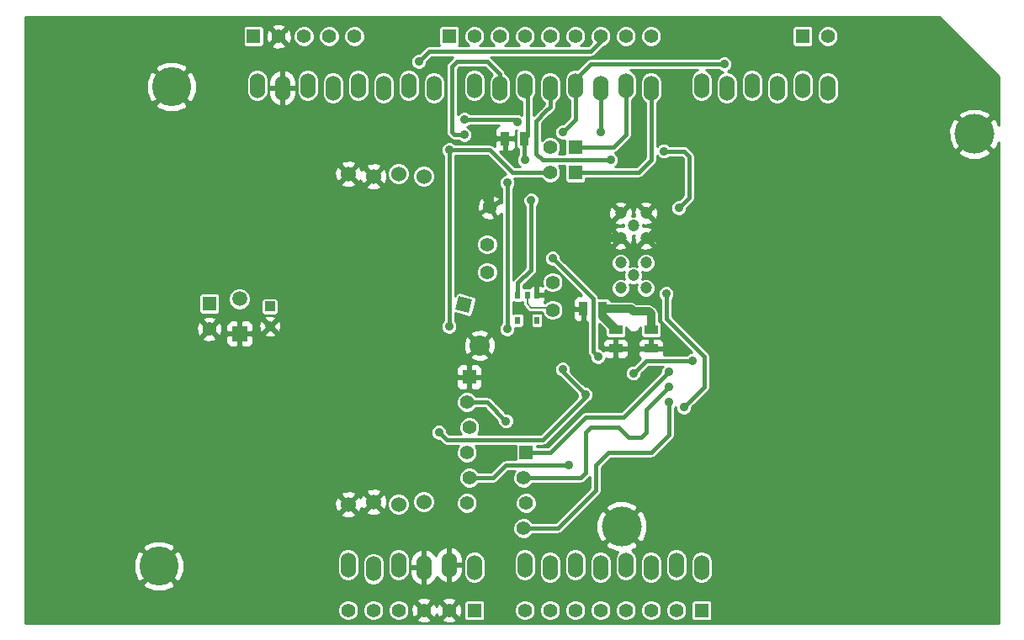
<source format=gbl>
G04 (created by PCBNEW-RS274X (2011-nov-12)-testing) date Wed 25 Jan 2012 09:16:58 PM EST*
G01*
G70*
G90*
%MOIN*%
G04 Gerber Fmt 3.4, Leading zero omitted, Abs format*
%FSLAX34Y34*%
G04 APERTURE LIST*
%ADD10C,0.006000*%
%ADD11O,0.060000X0.100000*%
%ADD12C,0.155000*%
%ADD13R,0.039400X0.039400*%
%ADD14C,0.039400*%
%ADD15R,0.059100X0.059100*%
%ADD16C,0.059100*%
%ADD17C,0.080000*%
%ADD18R,0.055000X0.055000*%
%ADD19C,0.055000*%
%ADD20C,0.060000*%
%ADD21C,0.047200*%
%ADD22C,0.157500*%
%ADD23R,0.035000X0.055000*%
%ADD24R,0.020000X0.030000*%
%ADD25R,0.055000X0.035000*%
%ADD26C,0.035000*%
%ADD27C,0.016000*%
%ADD28C,0.032000*%
%ADD29C,0.008000*%
%ADD30C,0.010000*%
G04 APERTURE END LIST*
G54D10*
G54D11*
X27000Y20050D03*
X28000Y19950D03*
X29000Y20050D03*
X30000Y19950D03*
X31000Y20050D03*
X32000Y19950D03*
X27000Y00950D03*
X26000Y01050D03*
X25000Y00950D03*
X24000Y01050D03*
X23000Y00950D03*
X20000Y01050D03*
X21000Y00950D03*
X22000Y01050D03*
X18000Y00950D03*
X17000Y01050D03*
X16000Y00950D03*
X14000Y00900D03*
X13000Y01050D03*
X25000Y19950D03*
X24000Y20050D03*
X23000Y19950D03*
X22000Y20050D03*
X21000Y19950D03*
X20000Y20050D03*
X19000Y19950D03*
X18000Y20050D03*
X16400Y19950D03*
X15400Y20050D03*
X14400Y19950D03*
X13400Y20050D03*
X12400Y19950D03*
X11400Y20050D03*
X10400Y19950D03*
X09400Y20050D03*
X15000Y01050D03*
G54D12*
X06000Y20000D03*
X05500Y01000D03*
G54D13*
X09900Y11294D03*
G54D14*
X09900Y10506D03*
G54D15*
X08700Y10211D03*
G54D16*
X08700Y11589D03*
G54D17*
X18200Y09750D03*
G54D18*
X20050Y05500D03*
G54D19*
X19950Y04500D03*
X20050Y03500D03*
X19950Y02500D03*
G54D18*
X17800Y08500D03*
G54D19*
X17700Y07500D03*
X17800Y06500D03*
X17700Y05500D03*
X17800Y04500D03*
X17700Y03500D03*
G54D20*
X16000Y03550D03*
X15000Y03450D03*
X14000Y03550D03*
X13000Y03450D03*
X13000Y16550D03*
X14000Y16450D03*
X15000Y16550D03*
X16000Y16450D03*
G54D21*
X23793Y12024D03*
X24797Y12024D03*
X24797Y13024D03*
X23793Y13024D03*
X24297Y12524D03*
G54D22*
X23832Y02583D03*
X37808Y18134D03*
G54D21*
X24297Y14493D03*
X23793Y14993D03*
X24797Y14993D03*
X24797Y13993D03*
X23793Y13993D03*
G54D18*
X22000Y16600D03*
G54D19*
X21000Y16600D03*
G54D18*
X22000Y17600D03*
G54D19*
X21000Y17600D03*
G54D10*
G36*
X17776Y11031D02*
X17245Y11174D01*
X17388Y11705D01*
X17919Y11562D01*
X17776Y11031D01*
X17776Y11031D01*
G37*
G54D19*
X18618Y15232D03*
G54D18*
X17000Y22000D03*
G54D19*
X18000Y22000D03*
X19000Y22000D03*
X20000Y22000D03*
X21000Y22000D03*
X22000Y22000D03*
X23000Y22000D03*
X24000Y22000D03*
X25000Y22000D03*
G54D18*
X31000Y22000D03*
G54D19*
X32000Y22000D03*
G54D23*
X19975Y17950D03*
X19225Y17950D03*
G54D24*
X19725Y11750D03*
X20475Y11750D03*
X19725Y10750D03*
X20100Y11750D03*
X20475Y10750D03*
G54D25*
X25000Y10375D03*
X25000Y09625D03*
X23600Y10375D03*
X23600Y09625D03*
G54D23*
X23075Y11200D03*
X22325Y11200D03*
G54D18*
X07500Y11400D03*
G54D19*
X07500Y10400D03*
X18501Y12650D03*
X21099Y11150D03*
X18501Y13750D03*
X21099Y12250D03*
G54D18*
X27000Y-00750D03*
G54D19*
X26000Y-00750D03*
X25000Y-00750D03*
X24000Y-00750D03*
X23000Y-00750D03*
X22000Y-00750D03*
X21000Y-00750D03*
X20000Y-00750D03*
G54D18*
X18000Y-00750D03*
G54D19*
X17000Y-00750D03*
X16000Y-00750D03*
X15000Y-00750D03*
X14000Y-00750D03*
X13000Y-00750D03*
G54D18*
X09250Y22000D03*
G54D19*
X10250Y22000D03*
X11250Y22000D03*
X12250Y22000D03*
X13250Y22000D03*
G54D26*
X21500Y08800D03*
X22400Y07800D03*
X16600Y06300D03*
X24300Y11100D03*
X19250Y06750D03*
X25700Y08100D03*
X15800Y21000D03*
X24300Y08650D03*
X26650Y09150D03*
X23000Y18200D03*
X27900Y20900D03*
X21500Y18200D03*
X26300Y07300D03*
X25600Y11800D03*
X23400Y17100D03*
X25500Y17450D03*
X26100Y15200D03*
X20250Y15500D03*
X20000Y17100D03*
X22900Y09300D03*
X21100Y13200D03*
X17600Y18100D03*
X25700Y08700D03*
X25700Y07500D03*
X17000Y17500D03*
X21750Y05000D03*
X17000Y10500D03*
X17600Y18700D03*
X19700Y18600D03*
X19300Y16200D03*
X19300Y10400D03*
X20400Y08900D03*
X15500Y18700D03*
X14400Y18700D03*
X15500Y18200D03*
X24300Y09300D03*
X20400Y09400D03*
X25200Y12500D03*
X11600Y06000D03*
X19900Y08600D03*
X14400Y18100D03*
X22650Y12800D03*
X20400Y08500D03*
X19900Y08000D03*
X19900Y09100D03*
X19900Y10200D03*
X20400Y09900D03*
X18900Y16600D03*
X20400Y08000D03*
X24300Y07900D03*
X19900Y09600D03*
G54D27*
X22400Y07700D02*
X20700Y06000D01*
X16900Y06000D02*
X16600Y06300D01*
X20700Y06000D02*
X16900Y06000D01*
X22400Y07800D02*
X21500Y08700D01*
X22400Y07800D02*
X22400Y07700D01*
X21500Y08700D02*
X21500Y08800D01*
G54D28*
X25000Y11000D02*
X24900Y11100D01*
G54D29*
X20100Y11750D02*
X20100Y11400D01*
G54D28*
X25000Y10375D02*
X25000Y11000D01*
X23075Y10900D02*
X23600Y10375D01*
X24200Y11200D02*
X24300Y11100D01*
X24200Y11200D02*
X23075Y11200D01*
X24900Y11100D02*
X24300Y11100D01*
G54D29*
X20250Y11250D02*
X20999Y11250D01*
G54D28*
X23075Y11200D02*
X23075Y10900D01*
G54D29*
X20999Y11250D02*
X21099Y11150D01*
X20100Y11400D02*
X20250Y11250D01*
G54D27*
X20000Y04500D02*
X20400Y04500D01*
X17700Y07500D02*
X18500Y07500D01*
X23700Y06500D02*
X24100Y06100D01*
X24800Y06300D02*
X24800Y07200D01*
X24600Y06100D02*
X24800Y06300D01*
X18500Y07500D02*
X19250Y06750D01*
X19950Y04500D02*
X20400Y04500D01*
X22600Y06500D02*
X23700Y06500D01*
X22400Y06300D02*
X22600Y06500D01*
X20400Y04500D02*
X22200Y04500D01*
X22400Y04700D02*
X22200Y04500D01*
X22400Y06300D02*
X22400Y04700D01*
X24800Y07200D02*
X25700Y08100D01*
X24100Y06100D02*
X24600Y06100D01*
X23000Y22000D02*
X23000Y21800D01*
X16200Y21400D02*
X15800Y21000D01*
X22600Y21400D02*
X16200Y21400D01*
X23000Y21800D02*
X22600Y21400D01*
X24300Y08650D02*
X24800Y09150D01*
X23000Y18200D02*
X23000Y20000D01*
X24800Y09150D02*
X26650Y09150D01*
X23000Y18200D02*
X23000Y19950D01*
X27100Y08100D02*
X27100Y09300D01*
X21500Y18200D02*
X22000Y18700D01*
X22000Y19250D02*
X22000Y20000D01*
X22000Y18700D02*
X22000Y19250D01*
X26300Y07300D02*
X27100Y08100D01*
X26400Y20900D02*
X22600Y20900D01*
X27100Y09300D02*
X25600Y10800D01*
X22000Y19250D02*
X22000Y20050D01*
X22000Y20300D02*
X22000Y20000D01*
X22600Y20900D02*
X22000Y20300D01*
X25600Y10800D02*
X25600Y11800D01*
X27900Y20900D02*
X26400Y20900D01*
X21000Y19200D02*
X21000Y19950D01*
X21000Y19200D02*
X21000Y20000D01*
X26500Y15600D02*
X26500Y17250D01*
X20700Y17100D02*
X20450Y17350D01*
X23400Y17100D02*
X20700Y17100D01*
X20450Y17350D02*
X20450Y18650D01*
X20450Y18650D02*
X20825Y19025D01*
X26300Y17450D02*
X25500Y17450D01*
X26500Y17250D02*
X26300Y17450D01*
X20825Y19025D02*
X21000Y19200D01*
X26100Y15200D02*
X26500Y15600D01*
X20100Y18075D02*
X19975Y17950D01*
X20100Y19150D02*
X20100Y19950D01*
X19975Y17125D02*
X19975Y17950D01*
X20100Y19950D02*
X20000Y20050D01*
X19725Y11750D02*
X19725Y12225D01*
X20100Y19150D02*
X20100Y19900D01*
X20000Y17100D02*
X19975Y17125D01*
X20100Y19150D02*
X20100Y18075D01*
X19725Y12225D02*
X20250Y12750D01*
X20100Y19900D02*
X20000Y20000D01*
X20250Y12750D02*
X20250Y15500D01*
X22700Y11600D02*
X21100Y13200D01*
X19000Y19950D02*
X19000Y20500D01*
X19000Y20500D02*
X19000Y20000D01*
X17600Y18100D02*
X17200Y18100D01*
X18600Y20900D02*
X19000Y20500D01*
X22900Y09300D02*
X22700Y09500D01*
X17100Y18200D02*
X17100Y20800D01*
X22700Y09500D02*
X22700Y11600D01*
X17200Y18100D02*
X17100Y18200D01*
X17100Y20800D02*
X17300Y21000D01*
X17300Y21000D02*
X18500Y21000D01*
X18500Y21000D02*
X18600Y20900D01*
X19000Y20500D02*
X18600Y20900D01*
X20650Y05500D02*
X20000Y05500D01*
X25700Y08700D02*
X23900Y06900D01*
X22400Y06900D02*
X21000Y05500D01*
X20050Y05500D02*
X20650Y05500D01*
X21000Y05500D02*
X20650Y05500D01*
X23900Y06900D02*
X22400Y06900D01*
X23300Y05500D02*
X22800Y05000D01*
X25700Y07500D02*
X25700Y06200D01*
X22800Y04000D02*
X21300Y02500D01*
X25000Y05500D02*
X23300Y05500D01*
X25700Y06200D02*
X25000Y05500D01*
X21300Y02500D02*
X19950Y02500D01*
X21300Y02500D02*
X20000Y02500D01*
X22800Y05000D02*
X22800Y04000D01*
X17750Y04500D02*
X18450Y04500D01*
X19250Y05000D02*
X21500Y05000D01*
X18600Y17500D02*
X17000Y17500D01*
X18750Y04500D02*
X19250Y05000D01*
X21500Y05000D02*
X21750Y05000D01*
X18450Y04500D02*
X18750Y04500D01*
X19500Y16600D02*
X18600Y17500D01*
X21000Y16600D02*
X19500Y16600D01*
X18450Y04500D02*
X17800Y04500D01*
X17000Y10500D02*
X17000Y17500D01*
X25000Y17100D02*
X25000Y18150D01*
X24500Y16600D02*
X25000Y17100D01*
X25000Y18150D02*
X25000Y19950D01*
X22000Y16600D02*
X24500Y16600D01*
X25000Y18150D02*
X25000Y20000D01*
X19700Y18600D02*
X19600Y18700D01*
X19600Y18700D02*
X17600Y18700D01*
X19300Y10400D02*
X19300Y16200D01*
X23500Y17600D02*
X24000Y18100D01*
X22000Y17600D02*
X23500Y17600D01*
X24000Y18100D02*
X24000Y20000D01*
X24000Y18100D02*
X24000Y20050D01*
X14400Y18700D02*
X15500Y18700D01*
X15500Y18200D02*
X15400Y18100D01*
X15400Y18100D02*
X14400Y18100D01*
G54D28*
X22943Y13993D02*
X22650Y13700D01*
X23793Y13993D02*
X22943Y13993D01*
G54D27*
X20400Y09900D02*
X20400Y09400D01*
X23800Y08400D02*
X23800Y08800D01*
X19900Y09600D02*
X19900Y10200D01*
X20400Y08000D02*
X19900Y08000D01*
G54D28*
X22650Y13700D02*
X22650Y12800D01*
G54D27*
X20400Y08900D02*
X20400Y08500D01*
G54D28*
X24797Y13993D02*
X25257Y13993D01*
X25500Y12800D02*
X25200Y12500D01*
X18618Y16318D02*
X18900Y16600D01*
G54D27*
X23800Y08800D02*
X24300Y09300D01*
G54D28*
X18618Y15232D02*
X18618Y16318D01*
G54D27*
X24300Y07900D02*
X23800Y08400D01*
G54D28*
X25500Y13750D02*
X25500Y12800D01*
X25257Y13993D02*
X25500Y13750D01*
G54D27*
X19900Y08600D02*
X19900Y09100D01*
G54D10*
G36*
X38775Y-01275D02*
X38461Y-01275D01*
X38461Y17411D01*
X37808Y18063D01*
X37737Y17993D01*
X37737Y18134D01*
X37085Y18787D01*
X36942Y18702D01*
X36790Y18327D01*
X36794Y17923D01*
X36942Y17566D01*
X37085Y17481D01*
X37737Y18134D01*
X37737Y17993D01*
X37155Y17411D01*
X37240Y17268D01*
X37615Y17116D01*
X38019Y17120D01*
X38376Y17268D01*
X38461Y17411D01*
X38461Y-01275D01*
X32441Y-01275D01*
X32441Y19650D01*
X32441Y19825D01*
X32441Y20249D01*
X32425Y20288D01*
X32425Y21915D01*
X32425Y22084D01*
X32361Y22240D01*
X32241Y22360D01*
X32085Y22425D01*
X31916Y22425D01*
X31760Y22361D01*
X31640Y22241D01*
X31575Y22085D01*
X31575Y21916D01*
X31639Y21760D01*
X31759Y21640D01*
X31915Y21575D01*
X32084Y21575D01*
X32240Y21639D01*
X32360Y21759D01*
X32425Y21915D01*
X32425Y20288D01*
X32374Y20411D01*
X32250Y20535D01*
X32088Y20603D01*
X31913Y20603D01*
X31751Y20536D01*
X31627Y20412D01*
X31559Y20250D01*
X31559Y20075D01*
X31559Y19651D01*
X31626Y19489D01*
X31750Y19365D01*
X31912Y19297D01*
X32087Y19297D01*
X32249Y19364D01*
X32373Y19488D01*
X32441Y19650D01*
X32441Y-01275D01*
X31441Y-01275D01*
X31441Y19750D01*
X31441Y19925D01*
X31441Y20349D01*
X31424Y20391D01*
X31424Y21696D01*
X31424Y21755D01*
X31424Y22305D01*
X31401Y22360D01*
X31359Y22402D01*
X31304Y22424D01*
X31245Y22424D01*
X30695Y22424D01*
X30640Y22401D01*
X30598Y22359D01*
X30576Y22304D01*
X30576Y22245D01*
X30576Y21695D01*
X30599Y21640D01*
X30641Y21598D01*
X30696Y21576D01*
X30755Y21576D01*
X31305Y21576D01*
X31360Y21599D01*
X31402Y21641D01*
X31424Y21696D01*
X31424Y20391D01*
X31374Y20511D01*
X31250Y20635D01*
X31088Y20703D01*
X30913Y20703D01*
X30751Y20636D01*
X30627Y20512D01*
X30559Y20350D01*
X30559Y20175D01*
X30559Y19751D01*
X30626Y19589D01*
X30750Y19465D01*
X30912Y19397D01*
X31087Y19397D01*
X31249Y19464D01*
X31373Y19588D01*
X31441Y19750D01*
X31441Y-01275D01*
X30441Y-01275D01*
X30441Y19650D01*
X30441Y19825D01*
X30441Y20249D01*
X30374Y20411D01*
X30250Y20535D01*
X30088Y20603D01*
X29913Y20603D01*
X29751Y20536D01*
X29627Y20412D01*
X29559Y20250D01*
X29559Y20075D01*
X29559Y19651D01*
X29626Y19489D01*
X29750Y19365D01*
X29912Y19297D01*
X30087Y19297D01*
X30249Y19364D01*
X30373Y19488D01*
X30441Y19650D01*
X30441Y-01275D01*
X29441Y-01275D01*
X29441Y19750D01*
X29441Y19925D01*
X29441Y20349D01*
X29374Y20511D01*
X29250Y20635D01*
X29088Y20703D01*
X28913Y20703D01*
X28751Y20636D01*
X28627Y20512D01*
X28559Y20350D01*
X28559Y20175D01*
X28559Y19751D01*
X28626Y19589D01*
X28750Y19465D01*
X28912Y19397D01*
X29087Y19397D01*
X29249Y19464D01*
X29373Y19588D01*
X29441Y19750D01*
X29441Y-01275D01*
X28441Y-01275D01*
X28441Y19650D01*
X28441Y19825D01*
X28441Y20249D01*
X28374Y20411D01*
X28250Y20535D01*
X28088Y20603D01*
X28032Y20603D01*
X28084Y20624D01*
X28175Y20715D01*
X28225Y20835D01*
X28225Y20964D01*
X28176Y21084D01*
X28085Y21175D01*
X27965Y21225D01*
X27836Y21225D01*
X27716Y21176D01*
X27670Y21130D01*
X26400Y21130D01*
X25425Y21130D01*
X25425Y21915D01*
X25425Y22084D01*
X25361Y22240D01*
X25241Y22360D01*
X25085Y22425D01*
X24916Y22425D01*
X24760Y22361D01*
X24640Y22241D01*
X24575Y22085D01*
X24575Y21916D01*
X24639Y21760D01*
X24759Y21640D01*
X24915Y21575D01*
X25084Y21575D01*
X25240Y21639D01*
X25360Y21759D01*
X25425Y21915D01*
X25425Y21130D01*
X24425Y21130D01*
X24425Y21915D01*
X24425Y22084D01*
X24361Y22240D01*
X24241Y22360D01*
X24085Y22425D01*
X23916Y22425D01*
X23760Y22361D01*
X23640Y22241D01*
X23575Y22085D01*
X23575Y21916D01*
X23639Y21760D01*
X23759Y21640D01*
X23915Y21575D01*
X24084Y21575D01*
X24240Y21639D01*
X24360Y21759D01*
X24425Y21915D01*
X24425Y21130D01*
X22600Y21130D01*
X22512Y21112D01*
X22437Y21063D01*
X22435Y21061D01*
X22077Y20703D01*
X21913Y20703D01*
X21751Y20636D01*
X21627Y20512D01*
X21559Y20350D01*
X21559Y20175D01*
X21559Y19751D01*
X21626Y19589D01*
X21750Y19465D01*
X21770Y19457D01*
X21770Y19250D01*
X21770Y18796D01*
X21499Y18525D01*
X21436Y18525D01*
X21316Y18476D01*
X21225Y18385D01*
X21175Y18265D01*
X21175Y18136D01*
X21224Y18016D01*
X21315Y17925D01*
X21435Y17875D01*
X21564Y17875D01*
X21576Y17880D01*
X21576Y17845D01*
X21576Y17330D01*
X21331Y17330D01*
X21360Y17359D01*
X21425Y17515D01*
X21425Y17684D01*
X21361Y17840D01*
X21241Y17960D01*
X21085Y18025D01*
X20916Y18025D01*
X20760Y17961D01*
X20680Y17881D01*
X20680Y18555D01*
X20985Y18861D01*
X20987Y18862D01*
X20988Y18862D01*
X21160Y19036D01*
X21162Y19037D01*
X21163Y19037D01*
X21212Y19112D01*
X21230Y19200D01*
X21230Y19357D01*
X21249Y19364D01*
X21373Y19488D01*
X21441Y19650D01*
X21441Y19825D01*
X21441Y20249D01*
X21374Y20411D01*
X21250Y20535D01*
X21088Y20603D01*
X20913Y20603D01*
X20751Y20536D01*
X20627Y20412D01*
X20559Y20250D01*
X20559Y20075D01*
X20559Y19651D01*
X20626Y19489D01*
X20750Y19365D01*
X20770Y19357D01*
X20770Y19296D01*
X20662Y19188D01*
X20660Y19186D01*
X20330Y18856D01*
X20330Y19150D01*
X20330Y19545D01*
X20373Y19588D01*
X20441Y19750D01*
X20441Y19925D01*
X20441Y20349D01*
X20374Y20511D01*
X20250Y20635D01*
X20088Y20703D01*
X19913Y20703D01*
X19751Y20636D01*
X19627Y20512D01*
X19559Y20350D01*
X19559Y20175D01*
X19559Y19751D01*
X19626Y19589D01*
X19750Y19465D01*
X19870Y19415D01*
X19870Y19150D01*
X19870Y18882D01*
X19765Y18925D01*
X19636Y18925D01*
X19633Y18924D01*
X19632Y18924D01*
X19600Y18931D01*
X19595Y18930D01*
X18441Y18930D01*
X18441Y19750D01*
X18441Y19925D01*
X18441Y20349D01*
X18374Y20511D01*
X18250Y20635D01*
X18088Y20703D01*
X17913Y20703D01*
X17751Y20636D01*
X17627Y20512D01*
X17559Y20350D01*
X17559Y20175D01*
X17559Y19751D01*
X17626Y19589D01*
X17750Y19465D01*
X17912Y19397D01*
X18087Y19397D01*
X18249Y19464D01*
X18373Y19588D01*
X18441Y19750D01*
X18441Y18930D01*
X17830Y18930D01*
X17785Y18975D01*
X17665Y19025D01*
X17536Y19025D01*
X17416Y18976D01*
X17330Y18890D01*
X17330Y20705D01*
X17395Y20770D01*
X18404Y20770D01*
X18435Y20740D01*
X18437Y20737D01*
X18694Y20480D01*
X18627Y20412D01*
X18559Y20250D01*
X18559Y20075D01*
X18559Y19651D01*
X18626Y19489D01*
X18750Y19365D01*
X18912Y19297D01*
X19087Y19297D01*
X19249Y19364D01*
X19373Y19488D01*
X19441Y19650D01*
X19441Y19825D01*
X19441Y20249D01*
X19374Y20411D01*
X19250Y20535D01*
X19220Y20548D01*
X19212Y20588D01*
X19163Y20663D01*
X19160Y20665D01*
X18763Y21063D01*
X18760Y21065D01*
X18663Y21163D01*
X18652Y21170D01*
X22595Y21170D01*
X22600Y21169D01*
X22600Y21170D01*
X22688Y21188D01*
X22763Y21237D01*
X23111Y21587D01*
X23240Y21639D01*
X23360Y21759D01*
X23425Y21915D01*
X23425Y22084D01*
X23361Y22240D01*
X23241Y22360D01*
X23085Y22425D01*
X22916Y22425D01*
X22760Y22361D01*
X22640Y22241D01*
X22575Y22085D01*
X22575Y21916D01*
X22637Y21764D01*
X22504Y21630D01*
X22218Y21630D01*
X22240Y21639D01*
X22360Y21759D01*
X22425Y21915D01*
X22425Y22084D01*
X22361Y22240D01*
X22241Y22360D01*
X22085Y22425D01*
X21916Y22425D01*
X21760Y22361D01*
X21640Y22241D01*
X21575Y22085D01*
X21575Y21916D01*
X21639Y21760D01*
X21759Y21640D01*
X21783Y21630D01*
X21218Y21630D01*
X21240Y21639D01*
X21360Y21759D01*
X21425Y21915D01*
X21425Y22084D01*
X21361Y22240D01*
X21241Y22360D01*
X21085Y22425D01*
X20916Y22425D01*
X20760Y22361D01*
X20640Y22241D01*
X20575Y22085D01*
X20575Y21916D01*
X20639Y21760D01*
X20759Y21640D01*
X20783Y21630D01*
X20218Y21630D01*
X20240Y21639D01*
X20360Y21759D01*
X20425Y21915D01*
X20425Y22084D01*
X20361Y22240D01*
X20241Y22360D01*
X20085Y22425D01*
X19916Y22425D01*
X19760Y22361D01*
X19640Y22241D01*
X19575Y22085D01*
X19575Y21916D01*
X19639Y21760D01*
X19759Y21640D01*
X19783Y21630D01*
X19218Y21630D01*
X19240Y21639D01*
X19360Y21759D01*
X19425Y21915D01*
X19425Y22084D01*
X19361Y22240D01*
X19241Y22360D01*
X19085Y22425D01*
X18916Y22425D01*
X18760Y22361D01*
X18640Y22241D01*
X18575Y22085D01*
X18575Y21916D01*
X18639Y21760D01*
X18759Y21640D01*
X18783Y21630D01*
X18218Y21630D01*
X18240Y21639D01*
X18360Y21759D01*
X18425Y21915D01*
X18425Y22084D01*
X18361Y22240D01*
X18241Y22360D01*
X18085Y22425D01*
X17916Y22425D01*
X17760Y22361D01*
X17640Y22241D01*
X17575Y22085D01*
X17575Y21916D01*
X17639Y21760D01*
X17759Y21640D01*
X17783Y21630D01*
X17391Y21630D01*
X17402Y21641D01*
X17424Y21696D01*
X17424Y21755D01*
X17424Y22305D01*
X17401Y22360D01*
X17359Y22402D01*
X17304Y22424D01*
X17245Y22424D01*
X16695Y22424D01*
X16640Y22401D01*
X16598Y22359D01*
X16576Y22304D01*
X16576Y22245D01*
X16576Y21695D01*
X16599Y21640D01*
X16609Y21630D01*
X16200Y21630D01*
X16112Y21612D01*
X16037Y21563D01*
X16035Y21561D01*
X15799Y21325D01*
X15736Y21325D01*
X15616Y21276D01*
X15525Y21185D01*
X15475Y21065D01*
X15475Y20936D01*
X15524Y20816D01*
X15615Y20725D01*
X15735Y20675D01*
X15864Y20675D01*
X15984Y20724D01*
X16075Y20815D01*
X16125Y20935D01*
X16125Y21000D01*
X16295Y21170D01*
X17147Y21170D01*
X17137Y21163D01*
X17135Y21161D01*
X16937Y20963D01*
X16888Y20888D01*
X16869Y20800D01*
X16870Y20796D01*
X16870Y18205D01*
X16869Y18200D01*
X16888Y18112D01*
X16937Y18037D01*
X17035Y17940D01*
X17037Y17937D01*
X17112Y17888D01*
X17200Y17870D01*
X17370Y17870D01*
X17415Y17825D01*
X17535Y17775D01*
X17664Y17775D01*
X17784Y17824D01*
X17875Y17915D01*
X17925Y18035D01*
X17925Y18164D01*
X17876Y18284D01*
X17785Y18375D01*
X17725Y18400D01*
X17784Y18424D01*
X17830Y18470D01*
X18991Y18470D01*
X18909Y18436D01*
X18839Y18366D01*
X18801Y18275D01*
X18801Y18176D01*
X18800Y18062D01*
X18862Y18000D01*
X19125Y18000D01*
X19175Y18000D01*
X19275Y18000D01*
X19325Y18000D01*
X19588Y18000D01*
X19650Y18062D01*
X19649Y18176D01*
X19649Y18275D01*
X19659Y18275D01*
X19651Y18254D01*
X19651Y18195D01*
X19651Y17645D01*
X19674Y17590D01*
X19716Y17548D01*
X19745Y17537D01*
X19745Y17305D01*
X19725Y17285D01*
X19675Y17165D01*
X19675Y17036D01*
X19724Y16916D01*
X19810Y16830D01*
X19650Y16830D01*
X19650Y17838D01*
X19588Y17900D01*
X19275Y17900D01*
X19275Y17487D01*
X19337Y17425D01*
X19449Y17426D01*
X19541Y17464D01*
X19611Y17534D01*
X19649Y17625D01*
X19649Y17724D01*
X19650Y17838D01*
X19650Y16830D01*
X19595Y16830D01*
X18998Y17427D01*
X19001Y17426D01*
X19113Y17425D01*
X19175Y17487D01*
X19175Y17900D01*
X18862Y17900D01*
X18800Y17838D01*
X18801Y17724D01*
X18801Y17625D01*
X18763Y17663D01*
X18688Y17712D01*
X18600Y17731D01*
X18595Y17730D01*
X17230Y17730D01*
X17185Y17775D01*
X17065Y17825D01*
X16936Y17825D01*
X16841Y17787D01*
X16841Y19650D01*
X16841Y19825D01*
X16841Y20249D01*
X16774Y20411D01*
X16650Y20535D01*
X16488Y20603D01*
X16313Y20603D01*
X16151Y20536D01*
X16027Y20412D01*
X15959Y20250D01*
X15959Y20075D01*
X15959Y19651D01*
X16026Y19489D01*
X16150Y19365D01*
X16312Y19297D01*
X16487Y19297D01*
X16649Y19364D01*
X16773Y19488D01*
X16841Y19650D01*
X16841Y17787D01*
X16816Y17776D01*
X16725Y17685D01*
X16675Y17565D01*
X16675Y17436D01*
X16724Y17316D01*
X16770Y17270D01*
X16770Y10730D01*
X16725Y10685D01*
X16675Y10565D01*
X16675Y10436D01*
X16724Y10316D01*
X16815Y10225D01*
X16935Y10175D01*
X17064Y10175D01*
X17184Y10224D01*
X17275Y10315D01*
X17325Y10435D01*
X17325Y10564D01*
X17276Y10684D01*
X17230Y10730D01*
X17230Y11024D01*
X17236Y11022D01*
X17767Y10880D01*
X17826Y10887D01*
X17877Y10917D01*
X17913Y10965D01*
X17928Y11022D01*
X18070Y11553D01*
X18063Y11612D01*
X18033Y11663D01*
X17985Y11699D01*
X17928Y11714D01*
X17397Y11856D01*
X17338Y11849D01*
X17287Y11819D01*
X17251Y11771D01*
X17236Y11714D01*
X17230Y11692D01*
X17230Y17270D01*
X18504Y17270D01*
X19249Y16525D01*
X19236Y16525D01*
X19116Y16476D01*
X19025Y16385D01*
X18975Y16265D01*
X18975Y16136D01*
X19024Y16016D01*
X19070Y15970D01*
X19070Y15403D01*
X19041Y15419D01*
X18992Y15391D01*
X18992Y15599D01*
X18823Y15714D01*
X18624Y15756D01*
X18477Y15737D01*
X18431Y15655D01*
X18636Y15300D01*
X18991Y15505D01*
X18992Y15599D01*
X18992Y15391D01*
X18686Y15214D01*
X18891Y14859D01*
X18985Y14858D01*
X19070Y14983D01*
X19070Y10630D01*
X19025Y10585D01*
X18975Y10465D01*
X18975Y10336D01*
X19024Y10216D01*
X19115Y10125D01*
X19235Y10075D01*
X19364Y10075D01*
X19484Y10124D01*
X19575Y10215D01*
X19625Y10335D01*
X19625Y10451D01*
X19655Y10451D01*
X19855Y10451D01*
X19910Y10474D01*
X19952Y10516D01*
X19974Y10571D01*
X19974Y10630D01*
X19974Y10930D01*
X19951Y10985D01*
X19909Y11027D01*
X19854Y11049D01*
X19795Y11049D01*
X19595Y11049D01*
X19540Y11026D01*
X19530Y11016D01*
X19530Y11484D01*
X19541Y11473D01*
X19596Y11451D01*
X19655Y11451D01*
X19855Y11451D01*
X19910Y11474D01*
X19910Y11400D01*
X19924Y11327D01*
X19966Y11266D01*
X20116Y11116D01*
X20177Y11074D01*
X20250Y11060D01*
X20676Y11060D01*
X20738Y10910D01*
X20858Y10790D01*
X21014Y10725D01*
X21183Y10725D01*
X21339Y10789D01*
X21459Y10909D01*
X21524Y11065D01*
X21524Y11234D01*
X21524Y12165D01*
X21524Y12334D01*
X21460Y12490D01*
X21340Y12610D01*
X21184Y12675D01*
X21015Y12675D01*
X20859Y12611D01*
X20739Y12491D01*
X20674Y12335D01*
X20674Y12166D01*
X20692Y12121D01*
X20624Y12149D01*
X20587Y12150D01*
X20525Y12088D01*
X20525Y11800D01*
X20763Y11800D01*
X20824Y11861D01*
X20824Y11924D01*
X20858Y11890D01*
X21014Y11825D01*
X21183Y11825D01*
X21339Y11889D01*
X21459Y12009D01*
X21524Y12165D01*
X21524Y11234D01*
X21460Y11390D01*
X21340Y11510D01*
X21184Y11575D01*
X21015Y11575D01*
X20859Y11511D01*
X20788Y11440D01*
X20767Y11440D01*
X20786Y11459D01*
X20824Y11550D01*
X20824Y11639D01*
X20763Y11700D01*
X20575Y11700D01*
X20525Y11700D01*
X20425Y11700D01*
X20425Y11800D01*
X20425Y11850D01*
X20425Y12088D01*
X20363Y12150D01*
X20326Y12149D01*
X20234Y12111D01*
X20172Y12049D01*
X20170Y12049D01*
X19970Y12049D01*
X19955Y12043D01*
X19955Y12130D01*
X20410Y12586D01*
X20412Y12587D01*
X20413Y12587D01*
X20462Y12662D01*
X20480Y12750D01*
X20480Y15270D01*
X20525Y15315D01*
X20575Y15435D01*
X20575Y15564D01*
X20526Y15684D01*
X20435Y15775D01*
X20315Y15825D01*
X20186Y15825D01*
X20066Y15776D01*
X19975Y15685D01*
X19925Y15565D01*
X19925Y15436D01*
X19974Y15316D01*
X20020Y15270D01*
X20020Y12846D01*
X19562Y12388D01*
X19530Y12340D01*
X19530Y15970D01*
X19575Y16015D01*
X19625Y16135D01*
X19625Y16264D01*
X19581Y16370D01*
X20634Y16370D01*
X20639Y16360D01*
X20759Y16240D01*
X20915Y16175D01*
X21084Y16175D01*
X21240Y16239D01*
X21360Y16359D01*
X21425Y16515D01*
X21425Y16684D01*
X21361Y16840D01*
X21331Y16870D01*
X21576Y16870D01*
X21576Y16845D01*
X21576Y16295D01*
X21599Y16240D01*
X21641Y16198D01*
X21696Y16176D01*
X21755Y16176D01*
X22305Y16176D01*
X22360Y16199D01*
X22402Y16241D01*
X22424Y16296D01*
X22424Y16355D01*
X22424Y16370D01*
X24495Y16370D01*
X24500Y16369D01*
X24500Y16370D01*
X24588Y16388D01*
X24663Y16437D01*
X25163Y16937D01*
X25212Y17012D01*
X25230Y17100D01*
X25230Y17260D01*
X25315Y17175D01*
X25435Y17125D01*
X25564Y17125D01*
X25684Y17174D01*
X25730Y17220D01*
X26204Y17220D01*
X26270Y17155D01*
X26270Y15696D01*
X26099Y15525D01*
X26036Y15525D01*
X25916Y15476D01*
X25825Y15385D01*
X25775Y15265D01*
X25775Y15136D01*
X25824Y15016D01*
X25915Y14925D01*
X26035Y14875D01*
X26164Y14875D01*
X26284Y14924D01*
X26375Y15015D01*
X26425Y15135D01*
X26425Y15200D01*
X26660Y15436D01*
X26662Y15437D01*
X26663Y15437D01*
X26712Y15512D01*
X26730Y15600D01*
X26730Y17250D01*
X26729Y17251D01*
X26730Y17251D01*
X26712Y17338D01*
X26663Y17413D01*
X26660Y17415D01*
X26463Y17613D01*
X26388Y17662D01*
X26300Y17681D01*
X26295Y17680D01*
X25730Y17680D01*
X25685Y17725D01*
X25565Y17775D01*
X25436Y17775D01*
X25316Y17726D01*
X25230Y17640D01*
X25230Y18150D01*
X25230Y19357D01*
X25249Y19364D01*
X25373Y19488D01*
X25441Y19650D01*
X25441Y19825D01*
X25441Y20249D01*
X25374Y20411D01*
X25250Y20535D01*
X25088Y20603D01*
X24913Y20603D01*
X24751Y20536D01*
X24627Y20412D01*
X24559Y20250D01*
X24559Y20075D01*
X24559Y19651D01*
X24626Y19489D01*
X24750Y19365D01*
X24770Y19357D01*
X24770Y18150D01*
X24770Y17196D01*
X24404Y16830D01*
X23590Y16830D01*
X23675Y16915D01*
X23725Y17035D01*
X23725Y17164D01*
X23676Y17284D01*
X23585Y17375D01*
X23565Y17384D01*
X23588Y17388D01*
X23663Y17437D01*
X24163Y17937D01*
X24212Y18012D01*
X24230Y18100D01*
X24230Y19457D01*
X24249Y19464D01*
X24373Y19588D01*
X24441Y19750D01*
X24441Y19925D01*
X24441Y20349D01*
X24374Y20511D01*
X24250Y20635D01*
X24166Y20670D01*
X26400Y20670D01*
X26833Y20670D01*
X26751Y20636D01*
X26627Y20512D01*
X26559Y20350D01*
X26559Y20175D01*
X26559Y19751D01*
X26626Y19589D01*
X26750Y19465D01*
X26912Y19397D01*
X27087Y19397D01*
X27249Y19464D01*
X27373Y19588D01*
X27441Y19750D01*
X27441Y19925D01*
X27441Y20349D01*
X27374Y20511D01*
X27250Y20635D01*
X27166Y20670D01*
X27670Y20670D01*
X27715Y20625D01*
X27835Y20575D01*
X27845Y20575D01*
X27751Y20536D01*
X27627Y20412D01*
X27559Y20250D01*
X27559Y20075D01*
X27559Y19651D01*
X27626Y19489D01*
X27750Y19365D01*
X27912Y19297D01*
X28087Y19297D01*
X28249Y19364D01*
X28373Y19488D01*
X28441Y19650D01*
X28441Y-01275D01*
X27441Y-01275D01*
X27441Y00650D01*
X27441Y00825D01*
X27441Y01249D01*
X27374Y01411D01*
X27330Y01455D01*
X27330Y08100D01*
X27330Y09300D01*
X27312Y09388D01*
X27263Y09463D01*
X27260Y09465D01*
X25830Y10896D01*
X25830Y11570D01*
X25875Y11615D01*
X25925Y11735D01*
X25925Y11864D01*
X25876Y11984D01*
X25785Y12075D01*
X25665Y12125D01*
X25536Y12125D01*
X25416Y12076D01*
X25325Y11985D01*
X25278Y11873D01*
X25278Y13929D01*
X25278Y14929D01*
X25266Y15118D01*
X25217Y15236D01*
X25130Y15255D01*
X25059Y15184D01*
X25059Y15326D01*
X25040Y15413D01*
X24861Y15474D01*
X24672Y15462D01*
X24554Y15413D01*
X24535Y15326D01*
X24797Y15064D01*
X25059Y15326D01*
X25059Y15184D01*
X24868Y14993D01*
X25130Y14731D01*
X25217Y14750D01*
X25278Y14929D01*
X25278Y13929D01*
X25266Y14118D01*
X25217Y14236D01*
X25130Y14255D01*
X25059Y14184D01*
X25059Y14326D01*
X25040Y14413D01*
X24861Y14474D01*
X24683Y14463D01*
X24683Y14530D01*
X24733Y14512D01*
X24922Y14524D01*
X25040Y14573D01*
X25059Y14660D01*
X24832Y14887D01*
X24797Y14922D01*
X24726Y14993D01*
X24691Y15028D01*
X24464Y15255D01*
X24377Y15236D01*
X24316Y15057D01*
X24327Y14879D01*
X24256Y14879D01*
X24274Y14929D01*
X24262Y15118D01*
X24213Y15236D01*
X24126Y15255D01*
X24055Y15184D01*
X24055Y15326D01*
X24036Y15413D01*
X23857Y15474D01*
X23668Y15462D01*
X23550Y15413D01*
X23531Y15326D01*
X23793Y15064D01*
X24055Y15326D01*
X24055Y15184D01*
X23899Y15028D01*
X23864Y14993D01*
X23793Y14922D01*
X23758Y14887D01*
X23722Y14851D01*
X23722Y14993D01*
X23460Y15255D01*
X23373Y15236D01*
X23312Y15057D01*
X23324Y14868D01*
X23373Y14750D01*
X23460Y14731D01*
X23722Y14993D01*
X23722Y14851D01*
X23531Y14660D01*
X23550Y14573D01*
X23729Y14512D01*
X23911Y14524D01*
X23911Y14456D01*
X23857Y14474D01*
X23668Y14462D01*
X23550Y14413D01*
X23531Y14326D01*
X23758Y14099D01*
X23793Y14064D01*
X23864Y13993D01*
X23899Y13958D01*
X24126Y13731D01*
X24213Y13750D01*
X24274Y13929D01*
X24262Y14107D01*
X24333Y14107D01*
X24316Y14057D01*
X24328Y13868D01*
X24377Y13750D01*
X24464Y13731D01*
X24691Y13958D01*
X24726Y13993D01*
X24797Y14064D01*
X24832Y14099D01*
X25059Y14326D01*
X25059Y14184D01*
X24868Y13993D01*
X25130Y13731D01*
X25217Y13750D01*
X25278Y13929D01*
X25278Y11873D01*
X25275Y11865D01*
X25275Y11736D01*
X25324Y11616D01*
X25370Y11570D01*
X25370Y10805D01*
X25369Y10800D01*
X25388Y10712D01*
X25437Y10637D01*
X26599Y09475D01*
X26586Y09475D01*
X26466Y09426D01*
X26420Y09380D01*
X25515Y09380D01*
X25524Y09401D01*
X25525Y09513D01*
X25525Y09737D01*
X25524Y09849D01*
X25486Y09941D01*
X25424Y10003D01*
X25424Y10171D01*
X25424Y10230D01*
X25424Y10580D01*
X25401Y10635D01*
X25359Y10677D01*
X25310Y10697D01*
X25310Y11000D01*
X25286Y11118D01*
X25286Y11119D01*
X25252Y11169D01*
X25219Y11219D01*
X25219Y11220D01*
X25183Y11256D01*
X25183Y11946D01*
X25183Y12100D01*
X25125Y12242D01*
X25016Y12351D01*
X24875Y12410D01*
X24721Y12410D01*
X24656Y12384D01*
X24683Y12446D01*
X24683Y12600D01*
X24656Y12665D01*
X24719Y12638D01*
X24873Y12638D01*
X25015Y12696D01*
X25124Y12805D01*
X25183Y12946D01*
X25183Y13100D01*
X25125Y13242D01*
X25059Y13308D01*
X25059Y13660D01*
X24797Y13922D01*
X24535Y13660D01*
X24554Y13573D01*
X24733Y13512D01*
X24922Y13524D01*
X25040Y13573D01*
X25059Y13660D01*
X25059Y13308D01*
X25016Y13351D01*
X24875Y13410D01*
X24721Y13410D01*
X24579Y13352D01*
X24470Y13243D01*
X24411Y13102D01*
X24411Y12948D01*
X24437Y12884D01*
X24375Y12910D01*
X24221Y12910D01*
X24152Y12882D01*
X24179Y12946D01*
X24179Y13100D01*
X24121Y13242D01*
X24055Y13308D01*
X24055Y13660D01*
X23793Y13922D01*
X23722Y13851D01*
X23722Y13993D01*
X23460Y14255D01*
X23373Y14236D01*
X23312Y14057D01*
X23324Y13868D01*
X23373Y13750D01*
X23460Y13731D01*
X23722Y13993D01*
X23722Y13851D01*
X23531Y13660D01*
X23550Y13573D01*
X23729Y13512D01*
X23918Y13524D01*
X24036Y13573D01*
X24055Y13660D01*
X24055Y13308D01*
X24012Y13351D01*
X23871Y13410D01*
X23717Y13410D01*
X23575Y13352D01*
X23466Y13243D01*
X23407Y13102D01*
X23407Y12948D01*
X23465Y12806D01*
X23574Y12697D01*
X23715Y12638D01*
X23869Y12638D01*
X23937Y12667D01*
X23911Y12602D01*
X23911Y12448D01*
X23937Y12382D01*
X23871Y12410D01*
X23717Y12410D01*
X23575Y12352D01*
X23466Y12243D01*
X23407Y12102D01*
X23407Y11948D01*
X23465Y11806D01*
X23574Y11697D01*
X23715Y11638D01*
X23869Y11638D01*
X24011Y11696D01*
X24120Y11805D01*
X24179Y11946D01*
X24179Y12100D01*
X24152Y12167D01*
X24219Y12138D01*
X24373Y12138D01*
X24437Y12165D01*
X24411Y12102D01*
X24411Y11948D01*
X24469Y11806D01*
X24578Y11697D01*
X24719Y11638D01*
X24873Y11638D01*
X25015Y11696D01*
X25124Y11805D01*
X25183Y11946D01*
X25183Y11256D01*
X25119Y11319D01*
X25019Y11386D01*
X24900Y11410D01*
X24428Y11410D01*
X24419Y11419D01*
X24319Y11486D01*
X24200Y11510D01*
X23396Y11510D01*
X23376Y11560D01*
X23334Y11602D01*
X23279Y11624D01*
X23220Y11624D01*
X22925Y11624D01*
X22912Y11688D01*
X22863Y11763D01*
X22860Y11765D01*
X21425Y13201D01*
X21425Y13264D01*
X21376Y13384D01*
X21285Y13475D01*
X21165Y13525D01*
X21036Y13525D01*
X20916Y13476D01*
X20825Y13385D01*
X20775Y13265D01*
X20775Y13136D01*
X20824Y13016D01*
X20915Y12925D01*
X21035Y12875D01*
X21099Y12875D01*
X22249Y11725D01*
X22225Y11725D01*
X22225Y11713D01*
X22213Y11725D01*
X22101Y11724D01*
X22009Y11686D01*
X21939Y11616D01*
X21901Y11525D01*
X21901Y11426D01*
X21900Y11312D01*
X21962Y11250D01*
X22225Y11250D01*
X22275Y11250D01*
X22375Y11250D01*
X22375Y11150D01*
X22375Y11100D01*
X22375Y10737D01*
X22437Y10675D01*
X22470Y10676D01*
X22470Y09505D01*
X22469Y09500D01*
X22488Y09412D01*
X22537Y09337D01*
X22575Y09300D01*
X22575Y09236D01*
X22624Y09116D01*
X22715Y09025D01*
X22835Y08975D01*
X22964Y08975D01*
X23084Y09024D01*
X23175Y09115D01*
X23220Y09224D01*
X23275Y09201D01*
X23374Y09201D01*
X23488Y09200D01*
X23550Y09262D01*
X23550Y09575D01*
X23550Y09675D01*
X23550Y09988D01*
X23488Y10050D01*
X23374Y10049D01*
X23275Y10049D01*
X23184Y10011D01*
X23114Y09941D01*
X23076Y09849D01*
X23075Y09737D01*
X23137Y09675D01*
X23550Y09675D01*
X23550Y09575D01*
X23137Y09575D01*
X23111Y09549D01*
X23085Y09575D01*
X22965Y09625D01*
X22930Y09625D01*
X22930Y10607D01*
X23176Y10361D01*
X23176Y10170D01*
X23199Y10115D01*
X23241Y10073D01*
X23296Y10051D01*
X23355Y10051D01*
X23905Y10051D01*
X23960Y10074D01*
X24002Y10116D01*
X24024Y10171D01*
X24024Y10230D01*
X24024Y10473D01*
X24054Y10401D01*
X24134Y10320D01*
X24240Y10276D01*
X24354Y10276D01*
X24459Y10320D01*
X24540Y10400D01*
X24576Y10487D01*
X24576Y10170D01*
X24599Y10115D01*
X24641Y10073D01*
X24696Y10051D01*
X24755Y10051D01*
X25305Y10051D01*
X25360Y10074D01*
X25402Y10116D01*
X25424Y10171D01*
X25424Y10003D01*
X25416Y10011D01*
X25325Y10049D01*
X25226Y10049D01*
X25112Y10050D01*
X25050Y09988D01*
X25050Y09675D01*
X25463Y09675D01*
X25525Y09737D01*
X25525Y09513D01*
X25463Y09575D01*
X25100Y09575D01*
X25050Y09575D01*
X24950Y09575D01*
X24950Y09675D01*
X24950Y09988D01*
X24888Y10050D01*
X24774Y10049D01*
X24675Y10049D01*
X24584Y10011D01*
X24514Y09941D01*
X24476Y09849D01*
X24475Y09737D01*
X24537Y09675D01*
X24950Y09675D01*
X24950Y09575D01*
X24900Y09575D01*
X24537Y09575D01*
X24475Y09513D01*
X24476Y09401D01*
X24514Y09309D01*
X24573Y09250D01*
X24299Y08975D01*
X24236Y08975D01*
X24125Y08930D01*
X24125Y09513D01*
X24125Y09737D01*
X24124Y09849D01*
X24086Y09941D01*
X24016Y10011D01*
X23925Y10049D01*
X23826Y10049D01*
X23712Y10050D01*
X23650Y09988D01*
X23650Y09675D01*
X24063Y09675D01*
X24125Y09737D01*
X24125Y09513D01*
X24063Y09575D01*
X23650Y09575D01*
X23650Y09262D01*
X23712Y09200D01*
X23826Y09201D01*
X23925Y09201D01*
X24016Y09239D01*
X24086Y09309D01*
X24124Y09401D01*
X24125Y09513D01*
X24125Y08930D01*
X24116Y08926D01*
X24025Y08835D01*
X23975Y08715D01*
X23975Y08586D01*
X24024Y08466D01*
X24115Y08375D01*
X24235Y08325D01*
X24364Y08325D01*
X24484Y08374D01*
X24575Y08465D01*
X24625Y08585D01*
X24625Y08649D01*
X24896Y08920D01*
X25460Y08920D01*
X25425Y08885D01*
X25375Y08765D01*
X25375Y08701D01*
X23804Y07130D01*
X22400Y07130D01*
X22399Y07130D01*
X22384Y07127D01*
X22312Y07112D01*
X22237Y07063D01*
X22235Y07061D01*
X20904Y05730D01*
X20650Y05730D01*
X20474Y05730D01*
X20474Y05770D01*
X20695Y05770D01*
X20700Y05769D01*
X20700Y05770D01*
X20788Y05788D01*
X20863Y05837D01*
X22526Y07501D01*
X22584Y07524D01*
X22675Y07615D01*
X22725Y07735D01*
X22725Y07864D01*
X22676Y07984D01*
X22585Y08075D01*
X22465Y08125D01*
X22400Y08125D01*
X22275Y08250D01*
X22275Y10737D01*
X22275Y11150D01*
X21962Y11150D01*
X21900Y11088D01*
X21901Y10974D01*
X21901Y10875D01*
X21939Y10784D01*
X22009Y10714D01*
X22101Y10676D01*
X22213Y10675D01*
X22275Y10737D01*
X22275Y08250D01*
X21814Y08711D01*
X21825Y08735D01*
X21825Y08864D01*
X21776Y08984D01*
X21685Y09075D01*
X21565Y09125D01*
X21436Y09125D01*
X21316Y09076D01*
X21225Y08985D01*
X21175Y08865D01*
X21175Y08736D01*
X21224Y08616D01*
X21315Y08525D01*
X21373Y08501D01*
X22075Y07800D01*
X22075Y07736D01*
X22085Y07712D01*
X20724Y06351D01*
X20724Y10571D01*
X20724Y10630D01*
X20724Y10930D01*
X20701Y10985D01*
X20659Y11027D01*
X20604Y11049D01*
X20545Y11049D01*
X20345Y11049D01*
X20290Y11026D01*
X20248Y10984D01*
X20226Y10929D01*
X20226Y10870D01*
X20226Y10570D01*
X20249Y10515D01*
X20291Y10473D01*
X20346Y10451D01*
X20405Y10451D01*
X20605Y10451D01*
X20660Y10474D01*
X20702Y10516D01*
X20724Y10571D01*
X20724Y06351D01*
X20604Y06230D01*
X19575Y06230D01*
X19575Y06685D01*
X19575Y06814D01*
X19526Y06934D01*
X19435Y07025D01*
X19315Y07075D01*
X19250Y07075D01*
X18926Y07400D01*
X18926Y12565D01*
X18926Y12734D01*
X18926Y13665D01*
X18926Y13834D01*
X18862Y13990D01*
X18805Y14047D01*
X18805Y14809D01*
X18600Y15164D01*
X18550Y15136D01*
X18550Y15250D01*
X18345Y15605D01*
X18251Y15606D01*
X18136Y15437D01*
X18094Y15238D01*
X18113Y15091D01*
X18195Y15045D01*
X18550Y15250D01*
X18550Y15136D01*
X18245Y14959D01*
X18244Y14865D01*
X18413Y14750D01*
X18612Y14708D01*
X18759Y14727D01*
X18805Y14809D01*
X18805Y14047D01*
X18742Y14110D01*
X18586Y14175D01*
X18417Y14175D01*
X18261Y14111D01*
X18141Y13991D01*
X18076Y13835D01*
X18076Y13666D01*
X18140Y13510D01*
X18260Y13390D01*
X18416Y13325D01*
X18585Y13325D01*
X18741Y13389D01*
X18861Y13509D01*
X18926Y13665D01*
X18926Y12734D01*
X18862Y12890D01*
X18742Y13010D01*
X18586Y13075D01*
X18417Y13075D01*
X18261Y13011D01*
X18141Y12891D01*
X18076Y12735D01*
X18076Y12566D01*
X18140Y12410D01*
X18260Y12290D01*
X18416Y12225D01*
X18585Y12225D01*
X18741Y12289D01*
X18861Y12409D01*
X18926Y12565D01*
X18926Y07400D01*
X18841Y07485D01*
X18841Y09647D01*
X18831Y09901D01*
X18754Y10090D01*
X18649Y10128D01*
X18578Y10057D01*
X18578Y10199D01*
X18540Y10304D01*
X18303Y10391D01*
X18049Y10381D01*
X17860Y10304D01*
X17822Y10199D01*
X18200Y09821D01*
X18578Y10199D01*
X18578Y10057D01*
X18271Y09750D01*
X18649Y09372D01*
X18754Y09410D01*
X18841Y09647D01*
X18841Y07485D01*
X18663Y07663D01*
X18588Y07712D01*
X18578Y07715D01*
X18578Y09301D01*
X18200Y09679D01*
X18129Y09608D01*
X18129Y09750D01*
X17751Y10128D01*
X17646Y10090D01*
X17559Y09853D01*
X17569Y09599D01*
X17646Y09410D01*
X17751Y09372D01*
X18129Y09750D01*
X18129Y09608D01*
X17822Y09301D01*
X17860Y09196D01*
X18097Y09109D01*
X18351Y09119D01*
X18540Y09196D01*
X18578Y09301D01*
X18578Y07715D01*
X18500Y07731D01*
X18495Y07730D01*
X18325Y07730D01*
X18325Y08388D01*
X18325Y08612D01*
X18324Y08824D01*
X18286Y08916D01*
X18216Y08986D01*
X18125Y09024D01*
X18026Y09024D01*
X17912Y09025D01*
X17850Y08963D01*
X17850Y08550D01*
X18263Y08550D01*
X18325Y08612D01*
X18325Y08388D01*
X18263Y08450D01*
X17850Y08450D01*
X17850Y08037D01*
X17912Y07975D01*
X18026Y07976D01*
X18125Y07976D01*
X18216Y08014D01*
X18286Y08084D01*
X18324Y08176D01*
X18325Y08388D01*
X18325Y07730D01*
X18065Y07730D01*
X18061Y07740D01*
X17941Y07860D01*
X17785Y07925D01*
X17750Y07925D01*
X17750Y08037D01*
X17750Y08450D01*
X17750Y08550D01*
X17750Y08963D01*
X17688Y09025D01*
X17574Y09024D01*
X17475Y09024D01*
X17384Y08986D01*
X17314Y08916D01*
X17276Y08824D01*
X17275Y08612D01*
X17337Y08550D01*
X17750Y08550D01*
X17750Y08450D01*
X17337Y08450D01*
X17275Y08388D01*
X17276Y08176D01*
X17314Y08084D01*
X17384Y08014D01*
X17475Y07976D01*
X17574Y07976D01*
X17688Y07975D01*
X17750Y08037D01*
X17750Y07925D01*
X17616Y07925D01*
X17460Y07861D01*
X17340Y07741D01*
X17275Y07585D01*
X17275Y07416D01*
X17339Y07260D01*
X17459Y07140D01*
X17615Y07075D01*
X17784Y07075D01*
X17940Y07139D01*
X18060Y07259D01*
X18064Y07270D01*
X18404Y07270D01*
X18925Y06750D01*
X18925Y06686D01*
X18974Y06566D01*
X19065Y06475D01*
X19185Y06425D01*
X19314Y06425D01*
X19434Y06474D01*
X19525Y06565D01*
X19575Y06685D01*
X19575Y06230D01*
X18131Y06230D01*
X18160Y06259D01*
X18225Y06415D01*
X18225Y06584D01*
X18161Y06740D01*
X18041Y06860D01*
X17885Y06925D01*
X17716Y06925D01*
X17560Y06861D01*
X17440Y06741D01*
X17375Y06585D01*
X17375Y06416D01*
X17439Y06260D01*
X17469Y06230D01*
X16995Y06230D01*
X16925Y06301D01*
X16925Y06364D01*
X16876Y06484D01*
X16785Y06575D01*
X16665Y06625D01*
X16536Y06625D01*
X16449Y06590D01*
X16449Y16360D01*
X16449Y16539D01*
X16381Y16704D01*
X16255Y16830D01*
X16090Y16899D01*
X15911Y16899D01*
X15841Y16871D01*
X15841Y19750D01*
X15841Y19925D01*
X15841Y20349D01*
X15774Y20511D01*
X15650Y20635D01*
X15488Y20703D01*
X15313Y20703D01*
X15151Y20636D01*
X15027Y20512D01*
X14959Y20350D01*
X14959Y20175D01*
X14959Y19751D01*
X15026Y19589D01*
X15150Y19465D01*
X15312Y19397D01*
X15487Y19397D01*
X15649Y19464D01*
X15773Y19588D01*
X15841Y19750D01*
X15841Y16871D01*
X15746Y16831D01*
X15620Y16705D01*
X15551Y16540D01*
X15551Y16361D01*
X15619Y16196D01*
X15745Y16070D01*
X15910Y16001D01*
X16089Y16001D01*
X16254Y16069D01*
X16380Y16195D01*
X16449Y16360D01*
X16449Y06590D01*
X16416Y06576D01*
X16325Y06485D01*
X16275Y06365D01*
X16275Y06236D01*
X16324Y06116D01*
X16415Y06025D01*
X16535Y05975D01*
X16599Y05975D01*
X16735Y05840D01*
X16737Y05837D01*
X16812Y05788D01*
X16900Y05770D01*
X17369Y05770D01*
X17340Y05741D01*
X17275Y05585D01*
X17275Y05416D01*
X17339Y05260D01*
X17459Y05140D01*
X17615Y05075D01*
X17784Y05075D01*
X17940Y05139D01*
X18060Y05259D01*
X18125Y05415D01*
X18125Y05584D01*
X18061Y05740D01*
X18031Y05770D01*
X19626Y05770D01*
X19626Y05745D01*
X19626Y05230D01*
X19250Y05230D01*
X19162Y05212D01*
X19087Y05163D01*
X18654Y04730D01*
X18450Y04730D01*
X18165Y04730D01*
X18161Y04740D01*
X18041Y04860D01*
X17885Y04925D01*
X17716Y04925D01*
X17560Y04861D01*
X17440Y04741D01*
X17375Y04585D01*
X17375Y04416D01*
X17439Y04260D01*
X17559Y04140D01*
X17715Y04075D01*
X17884Y04075D01*
X18040Y04139D01*
X18160Y04259D01*
X18164Y04270D01*
X18450Y04270D01*
X18745Y04270D01*
X18750Y04269D01*
X18750Y04270D01*
X18838Y04288D01*
X18913Y04337D01*
X19346Y04770D01*
X19619Y04770D01*
X19590Y04741D01*
X19525Y04585D01*
X19525Y04416D01*
X19589Y04260D01*
X19709Y04140D01*
X19865Y04075D01*
X20034Y04075D01*
X20190Y04139D01*
X20310Y04259D01*
X20314Y04270D01*
X20400Y04270D01*
X22195Y04270D01*
X22200Y04269D01*
X22200Y04270D01*
X22288Y04288D01*
X22363Y04337D01*
X22560Y04536D01*
X22562Y04537D01*
X22563Y04537D01*
X22570Y04548D01*
X22570Y04096D01*
X21204Y02730D01*
X20475Y02730D01*
X20475Y03415D01*
X20475Y03584D01*
X20411Y03740D01*
X20291Y03860D01*
X20135Y03925D01*
X19966Y03925D01*
X19810Y03861D01*
X19690Y03741D01*
X19625Y03585D01*
X19625Y03416D01*
X19689Y03260D01*
X19809Y03140D01*
X19965Y03075D01*
X20134Y03075D01*
X20290Y03139D01*
X20410Y03259D01*
X20475Y03415D01*
X20475Y02730D01*
X20315Y02730D01*
X20311Y02740D01*
X20191Y02860D01*
X20035Y02925D01*
X19866Y02925D01*
X19710Y02861D01*
X19590Y02741D01*
X19525Y02585D01*
X19525Y02416D01*
X19589Y02260D01*
X19709Y02140D01*
X19865Y02075D01*
X20034Y02075D01*
X20190Y02139D01*
X20310Y02259D01*
X20314Y02270D01*
X21295Y02270D01*
X21300Y02269D01*
X21300Y02270D01*
X21388Y02288D01*
X21463Y02337D01*
X22960Y03836D01*
X22962Y03837D01*
X22963Y03837D01*
X23012Y03912D01*
X23030Y04000D01*
X23030Y04904D01*
X23396Y05270D01*
X24995Y05270D01*
X25000Y05269D01*
X25000Y05270D01*
X25088Y05288D01*
X25163Y05337D01*
X25860Y06036D01*
X25862Y06037D01*
X25863Y06037D01*
X25911Y06112D01*
X25912Y06112D01*
X25926Y06185D01*
X25930Y06199D01*
X25929Y06200D01*
X25930Y06200D01*
X25930Y07270D01*
X25975Y07315D01*
X25975Y07236D01*
X26024Y07116D01*
X26115Y07025D01*
X26235Y06975D01*
X26364Y06975D01*
X26484Y07024D01*
X26575Y07115D01*
X26625Y07235D01*
X26625Y07300D01*
X27260Y07936D01*
X27262Y07937D01*
X27263Y07937D01*
X27312Y08012D01*
X27330Y08100D01*
X27330Y01455D01*
X27250Y01535D01*
X27088Y01603D01*
X26913Y01603D01*
X26751Y01536D01*
X26627Y01412D01*
X26559Y01250D01*
X26559Y01075D01*
X26559Y00651D01*
X26626Y00489D01*
X26750Y00365D01*
X26912Y00297D01*
X27087Y00297D01*
X27249Y00364D01*
X27373Y00488D01*
X27441Y00650D01*
X27441Y-01275D01*
X27424Y-01275D01*
X27424Y-01054D01*
X27424Y-00995D01*
X27424Y-00445D01*
X27401Y-00390D01*
X27359Y-00348D01*
X27304Y-00326D01*
X27245Y-00326D01*
X26695Y-00326D01*
X26640Y-00349D01*
X26598Y-00391D01*
X26576Y-00446D01*
X26576Y-00505D01*
X26576Y-01055D01*
X26599Y-01110D01*
X26641Y-01152D01*
X26696Y-01174D01*
X26755Y-01174D01*
X27305Y-01174D01*
X27360Y-01151D01*
X27402Y-01109D01*
X27424Y-01054D01*
X27424Y-01275D01*
X26441Y-01275D01*
X26441Y00750D01*
X26441Y00925D01*
X26441Y01349D01*
X26374Y01511D01*
X26250Y01635D01*
X26088Y01703D01*
X25913Y01703D01*
X25751Y01636D01*
X25627Y01512D01*
X25559Y01350D01*
X25559Y01175D01*
X25559Y00751D01*
X25626Y00589D01*
X25750Y00465D01*
X25912Y00397D01*
X26087Y00397D01*
X26249Y00464D01*
X26373Y00588D01*
X26441Y00750D01*
X26441Y-01275D01*
X26425Y-01275D01*
X26425Y-00835D01*
X26425Y-00666D01*
X26361Y-00510D01*
X26241Y-00390D01*
X26085Y-00325D01*
X25916Y-00325D01*
X25760Y-00389D01*
X25640Y-00509D01*
X25575Y-00665D01*
X25575Y-00834D01*
X25639Y-00990D01*
X25759Y-01110D01*
X25915Y-01175D01*
X26084Y-01175D01*
X26240Y-01111D01*
X26360Y-00991D01*
X26425Y-00835D01*
X26425Y-01275D01*
X25441Y-01275D01*
X25441Y00650D01*
X25441Y00825D01*
X25441Y01249D01*
X25374Y01411D01*
X25250Y01535D01*
X25088Y01603D01*
X24913Y01603D01*
X24850Y01577D01*
X24850Y02390D01*
X24846Y02794D01*
X24698Y03151D01*
X24555Y03236D01*
X24485Y03166D01*
X24485Y03306D01*
X24400Y03449D01*
X24025Y03601D01*
X23621Y03597D01*
X23264Y03449D01*
X23179Y03306D01*
X23832Y02654D01*
X24485Y03306D01*
X24485Y03166D01*
X23903Y02583D01*
X24555Y01930D01*
X24698Y02015D01*
X24850Y02390D01*
X24850Y01577D01*
X24751Y01536D01*
X24627Y01412D01*
X24559Y01250D01*
X24559Y01075D01*
X24559Y00651D01*
X24626Y00489D01*
X24750Y00365D01*
X24912Y00297D01*
X25087Y00297D01*
X25249Y00364D01*
X25373Y00488D01*
X25441Y00650D01*
X25441Y-01275D01*
X25425Y-01275D01*
X25425Y-00835D01*
X25425Y-00666D01*
X25361Y-00510D01*
X25241Y-00390D01*
X25085Y-00325D01*
X24916Y-00325D01*
X24760Y-00389D01*
X24640Y-00509D01*
X24575Y-00665D01*
X24575Y-00834D01*
X24639Y-00990D01*
X24759Y-01110D01*
X24915Y-01175D01*
X25084Y-01175D01*
X25240Y-01111D01*
X25360Y-00991D01*
X25425Y-00835D01*
X25425Y-01275D01*
X24485Y-01275D01*
X24485Y01860D01*
X23832Y02512D01*
X23761Y02442D01*
X23761Y02583D01*
X23109Y03236D01*
X22966Y03151D01*
X22814Y02776D01*
X22818Y02372D01*
X22966Y02015D01*
X23109Y01930D01*
X23761Y02583D01*
X23761Y02442D01*
X23179Y01860D01*
X23264Y01717D01*
X23639Y01565D01*
X23680Y01566D01*
X23627Y01512D01*
X23559Y01350D01*
X23559Y01175D01*
X23559Y00751D01*
X23626Y00589D01*
X23750Y00465D01*
X23912Y00397D01*
X24087Y00397D01*
X24249Y00464D01*
X24373Y00588D01*
X24441Y00750D01*
X24441Y00925D01*
X24441Y01349D01*
X24374Y01511D01*
X24250Y01635D01*
X24226Y01645D01*
X24400Y01717D01*
X24485Y01860D01*
X24485Y-01275D01*
X24425Y-01275D01*
X24425Y-00835D01*
X24425Y-00666D01*
X24361Y-00510D01*
X24241Y-00390D01*
X24085Y-00325D01*
X23916Y-00325D01*
X23760Y-00389D01*
X23640Y-00509D01*
X23575Y-00665D01*
X23575Y-00834D01*
X23639Y-00990D01*
X23759Y-01110D01*
X23915Y-01175D01*
X24084Y-01175D01*
X24240Y-01111D01*
X24360Y-00991D01*
X24425Y-00835D01*
X24425Y-01275D01*
X23441Y-01275D01*
X23441Y00650D01*
X23441Y00825D01*
X23441Y01249D01*
X23374Y01411D01*
X23250Y01535D01*
X23088Y01603D01*
X22913Y01603D01*
X22751Y01536D01*
X22627Y01412D01*
X22559Y01250D01*
X22559Y01075D01*
X22559Y00651D01*
X22626Y00489D01*
X22750Y00365D01*
X22912Y00297D01*
X23087Y00297D01*
X23249Y00364D01*
X23373Y00488D01*
X23441Y00650D01*
X23441Y-01275D01*
X23425Y-01275D01*
X23425Y-00835D01*
X23425Y-00666D01*
X23361Y-00510D01*
X23241Y-00390D01*
X23085Y-00325D01*
X22916Y-00325D01*
X22760Y-00389D01*
X22640Y-00509D01*
X22575Y-00665D01*
X22575Y-00834D01*
X22639Y-00990D01*
X22759Y-01110D01*
X22915Y-01175D01*
X23084Y-01175D01*
X23240Y-01111D01*
X23360Y-00991D01*
X23425Y-00835D01*
X23425Y-01275D01*
X22441Y-01275D01*
X22441Y00750D01*
X22441Y00925D01*
X22441Y01349D01*
X22374Y01511D01*
X22250Y01635D01*
X22088Y01703D01*
X21913Y01703D01*
X21751Y01636D01*
X21627Y01512D01*
X21559Y01350D01*
X21559Y01175D01*
X21559Y00751D01*
X21626Y00589D01*
X21750Y00465D01*
X21912Y00397D01*
X22087Y00397D01*
X22249Y00464D01*
X22373Y00588D01*
X22441Y00750D01*
X22441Y-01275D01*
X22425Y-01275D01*
X22425Y-00835D01*
X22425Y-00666D01*
X22361Y-00510D01*
X22241Y-00390D01*
X22085Y-00325D01*
X21916Y-00325D01*
X21760Y-00389D01*
X21640Y-00509D01*
X21575Y-00665D01*
X21575Y-00834D01*
X21639Y-00990D01*
X21759Y-01110D01*
X21915Y-01175D01*
X22084Y-01175D01*
X22240Y-01111D01*
X22360Y-00991D01*
X22425Y-00835D01*
X22425Y-01275D01*
X21441Y-01275D01*
X21441Y00650D01*
X21441Y00825D01*
X21441Y01249D01*
X21374Y01411D01*
X21250Y01535D01*
X21088Y01603D01*
X20913Y01603D01*
X20751Y01536D01*
X20627Y01412D01*
X20559Y01250D01*
X20559Y01075D01*
X20559Y00651D01*
X20626Y00489D01*
X20750Y00365D01*
X20912Y00297D01*
X21087Y00297D01*
X21249Y00364D01*
X21373Y00488D01*
X21441Y00650D01*
X21441Y-01275D01*
X21425Y-01275D01*
X21425Y-00835D01*
X21425Y-00666D01*
X21361Y-00510D01*
X21241Y-00390D01*
X21085Y-00325D01*
X20916Y-00325D01*
X20760Y-00389D01*
X20640Y-00509D01*
X20575Y-00665D01*
X20575Y-00834D01*
X20639Y-00990D01*
X20759Y-01110D01*
X20915Y-01175D01*
X21084Y-01175D01*
X21240Y-01111D01*
X21360Y-00991D01*
X21425Y-00835D01*
X21425Y-01275D01*
X20441Y-01275D01*
X20441Y00750D01*
X20441Y00925D01*
X20441Y01349D01*
X20374Y01511D01*
X20250Y01635D01*
X20088Y01703D01*
X19913Y01703D01*
X19751Y01636D01*
X19627Y01512D01*
X19559Y01350D01*
X19559Y01175D01*
X19559Y00751D01*
X19626Y00589D01*
X19750Y00465D01*
X19912Y00397D01*
X20087Y00397D01*
X20249Y00464D01*
X20373Y00588D01*
X20441Y00750D01*
X20441Y-01275D01*
X20425Y-01275D01*
X20425Y-00835D01*
X20425Y-00666D01*
X20361Y-00510D01*
X20241Y-00390D01*
X20085Y-00325D01*
X19916Y-00325D01*
X19760Y-00389D01*
X19640Y-00509D01*
X19575Y-00665D01*
X19575Y-00834D01*
X19639Y-00990D01*
X19759Y-01110D01*
X19915Y-01175D01*
X20084Y-01175D01*
X20240Y-01111D01*
X20360Y-00991D01*
X20425Y-00835D01*
X20425Y-01275D01*
X18441Y-01275D01*
X18441Y00650D01*
X18441Y00825D01*
X18441Y01249D01*
X18374Y01411D01*
X18250Y01535D01*
X18125Y01588D01*
X18125Y03415D01*
X18125Y03584D01*
X18061Y03740D01*
X17941Y03860D01*
X17785Y03925D01*
X17616Y03925D01*
X17460Y03861D01*
X17340Y03741D01*
X17275Y03585D01*
X17275Y03416D01*
X17339Y03260D01*
X17459Y03140D01*
X17615Y03075D01*
X17784Y03075D01*
X17940Y03139D01*
X18060Y03259D01*
X18125Y03415D01*
X18125Y01588D01*
X18088Y01603D01*
X17913Y01603D01*
X17751Y01536D01*
X17627Y01412D01*
X17559Y01250D01*
X17559Y01075D01*
X17559Y00651D01*
X17626Y00489D01*
X17750Y00365D01*
X17912Y00297D01*
X18087Y00297D01*
X18249Y00364D01*
X18373Y00488D01*
X18441Y00650D01*
X18441Y-01275D01*
X18424Y-01275D01*
X18424Y-01054D01*
X18424Y-00995D01*
X18424Y-00445D01*
X18401Y-00390D01*
X18359Y-00348D01*
X18304Y-00326D01*
X18245Y-00326D01*
X17695Y-00326D01*
X17640Y-00349D01*
X17598Y-00391D01*
X17576Y-00446D01*
X17576Y-00505D01*
X17576Y-01055D01*
X17599Y-01110D01*
X17641Y-01152D01*
X17696Y-01174D01*
X17755Y-01174D01*
X18305Y-01174D01*
X18360Y-01151D01*
X18402Y-01109D01*
X18424Y-01054D01*
X18424Y-01275D01*
X17550Y-01275D01*
X17550Y00800D01*
X17550Y01000D01*
X17550Y01100D01*
X17550Y01300D01*
X17489Y01507D01*
X17353Y01675D01*
X17163Y01778D01*
X17135Y01782D01*
X17050Y01735D01*
X17050Y01100D01*
X17550Y01100D01*
X17550Y01000D01*
X17050Y01000D01*
X17050Y00365D01*
X17135Y00318D01*
X17163Y00322D01*
X17353Y00425D01*
X17489Y00593D01*
X17550Y00800D01*
X17550Y-01275D01*
X17519Y-01275D01*
X17519Y-00824D01*
X17508Y-00620D01*
X17452Y-00483D01*
X17361Y-00460D01*
X17290Y-00531D01*
X17290Y-00389D01*
X17267Y-00298D01*
X17074Y-00231D01*
X16950Y-00237D01*
X16950Y00365D01*
X16950Y00950D01*
X16950Y01000D01*
X16950Y01100D01*
X16950Y01150D01*
X16950Y01735D01*
X16865Y01782D01*
X16837Y01778D01*
X16647Y01675D01*
X16511Y01507D01*
X16483Y01414D01*
X16449Y01457D01*
X16449Y03460D01*
X16449Y03639D01*
X16381Y03804D01*
X16255Y03930D01*
X16090Y03999D01*
X15911Y03999D01*
X15746Y03931D01*
X15620Y03805D01*
X15551Y03640D01*
X15551Y03461D01*
X15619Y03296D01*
X15745Y03170D01*
X15910Y03101D01*
X16089Y03101D01*
X16254Y03169D01*
X16380Y03295D01*
X16449Y03460D01*
X16449Y01457D01*
X16353Y01575D01*
X16163Y01678D01*
X16135Y01682D01*
X16050Y01635D01*
X16050Y01050D01*
X16050Y01000D01*
X16050Y00900D01*
X16050Y00850D01*
X16050Y00265D01*
X16135Y00218D01*
X16163Y00222D01*
X16353Y00325D01*
X16489Y00493D01*
X16516Y00587D01*
X16647Y00425D01*
X16837Y00322D01*
X16865Y00318D01*
X16950Y00365D01*
X16950Y-00237D01*
X16870Y-00242D01*
X16733Y-00298D01*
X16710Y-00389D01*
X17000Y-00679D01*
X17290Y-00389D01*
X17290Y-00531D01*
X17071Y-00750D01*
X17361Y-01040D01*
X17452Y-01017D01*
X17519Y-00824D01*
X17519Y-01275D01*
X17290Y-01275D01*
X17290Y-01111D01*
X17000Y-00821D01*
X16929Y-00892D01*
X16929Y-00750D01*
X16639Y-00460D01*
X16548Y-00483D01*
X16503Y-00609D01*
X16452Y-00483D01*
X16361Y-00460D01*
X16290Y-00531D01*
X16290Y-00389D01*
X16267Y-00298D01*
X16074Y-00231D01*
X15950Y-00237D01*
X15950Y00265D01*
X15950Y00900D01*
X15950Y01000D01*
X15950Y01635D01*
X15865Y01682D01*
X15837Y01678D01*
X15647Y01575D01*
X15511Y01407D01*
X15450Y01200D01*
X15450Y01000D01*
X15950Y01000D01*
X15950Y00900D01*
X15450Y00900D01*
X15450Y00700D01*
X15511Y00493D01*
X15647Y00325D01*
X15837Y00222D01*
X15865Y00218D01*
X15950Y00265D01*
X15950Y-00237D01*
X15870Y-00242D01*
X15733Y-00298D01*
X15710Y-00389D01*
X16000Y-00679D01*
X16290Y-00389D01*
X16290Y-00531D01*
X16071Y-00750D01*
X16361Y-01040D01*
X16452Y-01017D01*
X16496Y-00890D01*
X16548Y-01017D01*
X16639Y-01040D01*
X16929Y-00750D01*
X16929Y-00892D01*
X16710Y-01111D01*
X16733Y-01202D01*
X16926Y-01269D01*
X17130Y-01258D01*
X17267Y-01202D01*
X17290Y-01111D01*
X17290Y-01275D01*
X16290Y-01275D01*
X16290Y-01111D01*
X16000Y-00821D01*
X15929Y-00892D01*
X15929Y-00750D01*
X15639Y-00460D01*
X15548Y-00483D01*
X15481Y-00676D01*
X15492Y-00880D01*
X15548Y-01017D01*
X15639Y-01040D01*
X15929Y-00750D01*
X15929Y-00892D01*
X15710Y-01111D01*
X15733Y-01202D01*
X15926Y-01269D01*
X16130Y-01258D01*
X16267Y-01202D01*
X16290Y-01111D01*
X16290Y-01275D01*
X15449Y-01275D01*
X15449Y03360D01*
X15449Y03539D01*
X15449Y16460D01*
X15449Y16639D01*
X15381Y16804D01*
X15255Y16930D01*
X15090Y16999D01*
X14911Y16999D01*
X14841Y16971D01*
X14841Y19650D01*
X14841Y19825D01*
X14841Y20249D01*
X14774Y20411D01*
X14650Y20535D01*
X14488Y20603D01*
X14313Y20603D01*
X14151Y20536D01*
X14027Y20412D01*
X13959Y20250D01*
X13959Y20075D01*
X13959Y19651D01*
X14026Y19489D01*
X14150Y19365D01*
X14312Y19297D01*
X14487Y19297D01*
X14649Y19364D01*
X14773Y19488D01*
X14841Y19650D01*
X14841Y16971D01*
X14746Y16931D01*
X14620Y16805D01*
X14551Y16640D01*
X14551Y16461D01*
X14619Y16296D01*
X14745Y16170D01*
X14910Y16101D01*
X15089Y16101D01*
X15254Y16169D01*
X15380Y16295D01*
X15449Y16460D01*
X15449Y03539D01*
X15381Y03704D01*
X15255Y03830D01*
X15090Y03899D01*
X14911Y03899D01*
X14746Y03831D01*
X14620Y03705D01*
X14551Y03540D01*
X14551Y03361D01*
X14619Y03196D01*
X14745Y03070D01*
X14910Y03001D01*
X15089Y03001D01*
X15254Y03069D01*
X15380Y03195D01*
X15449Y03360D01*
X15449Y-01275D01*
X15441Y-01275D01*
X15441Y00750D01*
X15441Y00925D01*
X15441Y01349D01*
X15374Y01511D01*
X15250Y01635D01*
X15088Y01703D01*
X14913Y01703D01*
X14751Y01636D01*
X14627Y01512D01*
X14559Y01350D01*
X14559Y01175D01*
X14559Y00751D01*
X14626Y00589D01*
X14750Y00465D01*
X14912Y00397D01*
X15087Y00397D01*
X15249Y00464D01*
X15373Y00588D01*
X15441Y00750D01*
X15441Y-01275D01*
X15425Y-01275D01*
X15425Y-00835D01*
X15425Y-00666D01*
X15361Y-00510D01*
X15241Y-00390D01*
X15085Y-00325D01*
X14916Y-00325D01*
X14760Y-00389D01*
X14640Y-00509D01*
X14575Y-00665D01*
X14575Y-00834D01*
X14639Y-00990D01*
X14759Y-01110D01*
X14915Y-01175D01*
X15084Y-01175D01*
X15240Y-01111D01*
X15360Y-00991D01*
X15425Y-00835D01*
X15425Y-01275D01*
X14543Y-01275D01*
X14543Y03471D01*
X14543Y16371D01*
X14532Y16584D01*
X14472Y16731D01*
X14378Y16758D01*
X14308Y16688D01*
X14308Y16828D01*
X14281Y16922D01*
X14079Y16993D01*
X13866Y16982D01*
X13841Y16972D01*
X13841Y19750D01*
X13841Y19925D01*
X13841Y20349D01*
X13774Y20511D01*
X13675Y20610D01*
X13675Y21915D01*
X13675Y22084D01*
X13611Y22240D01*
X13491Y22360D01*
X13335Y22425D01*
X13166Y22425D01*
X13010Y22361D01*
X12890Y22241D01*
X12825Y22085D01*
X12825Y21916D01*
X12889Y21760D01*
X13009Y21640D01*
X13165Y21575D01*
X13334Y21575D01*
X13490Y21639D01*
X13610Y21759D01*
X13675Y21915D01*
X13675Y20610D01*
X13650Y20635D01*
X13488Y20703D01*
X13313Y20703D01*
X13151Y20636D01*
X13027Y20512D01*
X12959Y20350D01*
X12959Y20175D01*
X12959Y19751D01*
X13026Y19589D01*
X13150Y19465D01*
X13312Y19397D01*
X13487Y19397D01*
X13649Y19464D01*
X13773Y19588D01*
X13841Y19750D01*
X13841Y16972D01*
X13719Y16922D01*
X13692Y16828D01*
X14000Y16521D01*
X14308Y16828D01*
X14308Y16688D01*
X14071Y16450D01*
X14378Y16142D01*
X14472Y16169D01*
X14543Y16371D01*
X14543Y03471D01*
X14532Y03684D01*
X14472Y03831D01*
X14378Y03858D01*
X14308Y03788D01*
X14308Y03928D01*
X14308Y16072D01*
X14000Y16379D01*
X13929Y16309D01*
X13929Y16450D01*
X13622Y16758D01*
X13528Y16731D01*
X13520Y16712D01*
X13472Y16831D01*
X13378Y16858D01*
X13308Y16788D01*
X13308Y16928D01*
X13281Y17022D01*
X13079Y17093D01*
X12866Y17082D01*
X12841Y17072D01*
X12841Y19650D01*
X12841Y19825D01*
X12841Y20249D01*
X12774Y20411D01*
X12675Y20510D01*
X12675Y21915D01*
X12675Y22084D01*
X12611Y22240D01*
X12491Y22360D01*
X12335Y22425D01*
X12166Y22425D01*
X12010Y22361D01*
X11890Y22241D01*
X11825Y22085D01*
X11825Y21916D01*
X11889Y21760D01*
X12009Y21640D01*
X12165Y21575D01*
X12334Y21575D01*
X12490Y21639D01*
X12610Y21759D01*
X12675Y21915D01*
X12675Y20510D01*
X12650Y20535D01*
X12488Y20603D01*
X12313Y20603D01*
X12151Y20536D01*
X12027Y20412D01*
X11959Y20250D01*
X11959Y20075D01*
X11959Y19651D01*
X12026Y19489D01*
X12150Y19365D01*
X12312Y19297D01*
X12487Y19297D01*
X12649Y19364D01*
X12773Y19488D01*
X12841Y19650D01*
X12841Y17072D01*
X12719Y17022D01*
X12692Y16928D01*
X13000Y16621D01*
X13308Y16928D01*
X13308Y16788D01*
X13071Y16550D01*
X13378Y16242D01*
X13472Y16269D01*
X13479Y16289D01*
X13528Y16169D01*
X13622Y16142D01*
X13929Y16450D01*
X13929Y16309D01*
X13692Y16072D01*
X13719Y15978D01*
X13921Y15907D01*
X14134Y15918D01*
X14281Y15978D01*
X14308Y16072D01*
X14308Y03928D01*
X14281Y04022D01*
X14079Y04093D01*
X13866Y04082D01*
X13719Y04022D01*
X13692Y03928D01*
X14000Y03621D01*
X14308Y03928D01*
X14308Y03788D01*
X14071Y03550D01*
X14378Y03242D01*
X14472Y03269D01*
X14543Y03471D01*
X14543Y-01275D01*
X14441Y-01275D01*
X14441Y00600D01*
X14441Y00775D01*
X14441Y01199D01*
X14374Y01361D01*
X14308Y01427D01*
X14308Y03172D01*
X14000Y03479D01*
X13929Y03409D01*
X13929Y03550D01*
X13622Y03858D01*
X13528Y03831D01*
X13483Y03704D01*
X13472Y03731D01*
X13378Y03758D01*
X13308Y03688D01*
X13308Y03828D01*
X13308Y16172D01*
X13000Y16479D01*
X12929Y16409D01*
X12929Y16550D01*
X12622Y16858D01*
X12528Y16831D01*
X12457Y16629D01*
X12468Y16416D01*
X12528Y16269D01*
X12622Y16242D01*
X12929Y16550D01*
X12929Y16409D01*
X12692Y16172D01*
X12719Y16078D01*
X12921Y16007D01*
X13134Y16018D01*
X13281Y16078D01*
X13308Y16172D01*
X13308Y03828D01*
X13281Y03922D01*
X13079Y03993D01*
X12866Y03982D01*
X12719Y03922D01*
X12692Y03828D01*
X13000Y03521D01*
X13308Y03828D01*
X13308Y03688D01*
X13071Y03450D01*
X13378Y03142D01*
X13472Y03169D01*
X13516Y03297D01*
X13528Y03269D01*
X13622Y03242D01*
X13929Y03550D01*
X13929Y03409D01*
X13692Y03172D01*
X13719Y03078D01*
X13921Y03007D01*
X14134Y03018D01*
X14281Y03078D01*
X14308Y03172D01*
X14308Y01427D01*
X14250Y01485D01*
X14088Y01553D01*
X13913Y01553D01*
X13751Y01486D01*
X13627Y01362D01*
X13559Y01200D01*
X13559Y01025D01*
X13559Y00601D01*
X13626Y00439D01*
X13750Y00315D01*
X13912Y00247D01*
X14087Y00247D01*
X14249Y00314D01*
X14373Y00438D01*
X14441Y00600D01*
X14441Y-01275D01*
X14425Y-01275D01*
X14425Y-00835D01*
X14425Y-00666D01*
X14361Y-00510D01*
X14241Y-00390D01*
X14085Y-00325D01*
X13916Y-00325D01*
X13760Y-00389D01*
X13640Y-00509D01*
X13575Y-00665D01*
X13575Y-00834D01*
X13639Y-00990D01*
X13759Y-01110D01*
X13915Y-01175D01*
X14084Y-01175D01*
X14240Y-01111D01*
X14360Y-00991D01*
X14425Y-00835D01*
X14425Y-01275D01*
X13441Y-01275D01*
X13441Y00750D01*
X13441Y00925D01*
X13441Y01349D01*
X13374Y01511D01*
X13308Y01577D01*
X13308Y03072D01*
X13000Y03379D01*
X12929Y03309D01*
X12929Y03450D01*
X12622Y03758D01*
X12528Y03731D01*
X12457Y03529D01*
X12468Y03316D01*
X12528Y03169D01*
X12622Y03142D01*
X12929Y03450D01*
X12929Y03309D01*
X12692Y03072D01*
X12719Y02978D01*
X12921Y02907D01*
X13134Y02918D01*
X13281Y02978D01*
X13308Y03072D01*
X13308Y01577D01*
X13250Y01635D01*
X13088Y01703D01*
X12913Y01703D01*
X12751Y01636D01*
X12627Y01512D01*
X12559Y01350D01*
X12559Y01175D01*
X12559Y00751D01*
X12626Y00589D01*
X12750Y00465D01*
X12912Y00397D01*
X13087Y00397D01*
X13249Y00464D01*
X13373Y00588D01*
X13441Y00750D01*
X13441Y-01275D01*
X13425Y-01275D01*
X13425Y-00835D01*
X13425Y-00666D01*
X13361Y-00510D01*
X13241Y-00390D01*
X13085Y-00325D01*
X12916Y-00325D01*
X12760Y-00389D01*
X12640Y-00509D01*
X12575Y-00665D01*
X12575Y-00834D01*
X12639Y-00990D01*
X12759Y-01110D01*
X12915Y-01175D01*
X13084Y-01175D01*
X13240Y-01111D01*
X13360Y-00991D01*
X13425Y-00835D01*
X13425Y-01275D01*
X11841Y-01275D01*
X11841Y19750D01*
X11841Y19925D01*
X11841Y20349D01*
X11774Y20511D01*
X11675Y20610D01*
X11675Y21915D01*
X11675Y22084D01*
X11611Y22240D01*
X11491Y22360D01*
X11335Y22425D01*
X11166Y22425D01*
X11010Y22361D01*
X10890Y22241D01*
X10825Y22085D01*
X10825Y21916D01*
X10889Y21760D01*
X11009Y21640D01*
X11165Y21575D01*
X11334Y21575D01*
X11490Y21639D01*
X11610Y21759D01*
X11675Y21915D01*
X11675Y20610D01*
X11650Y20635D01*
X11488Y20703D01*
X11313Y20703D01*
X11151Y20636D01*
X11027Y20512D01*
X10959Y20350D01*
X10959Y20175D01*
X10959Y19751D01*
X11026Y19589D01*
X11150Y19465D01*
X11312Y19397D01*
X11487Y19397D01*
X11649Y19464D01*
X11773Y19588D01*
X11841Y19750D01*
X11841Y-01275D01*
X10950Y-01275D01*
X10950Y19700D01*
X10950Y19900D01*
X10950Y20000D01*
X10950Y20200D01*
X10889Y20407D01*
X10769Y20556D01*
X10769Y21926D01*
X10758Y22130D01*
X10702Y22267D01*
X10611Y22290D01*
X10540Y22219D01*
X10540Y22361D01*
X10517Y22452D01*
X10324Y22519D01*
X10120Y22508D01*
X09983Y22452D01*
X09960Y22361D01*
X10250Y22071D01*
X10540Y22361D01*
X10540Y22219D01*
X10321Y22000D01*
X10611Y21710D01*
X10702Y21733D01*
X10769Y21926D01*
X10769Y20556D01*
X10753Y20575D01*
X10563Y20678D01*
X10540Y20682D01*
X10540Y21639D01*
X10250Y21929D01*
X10179Y21858D01*
X10179Y22000D01*
X09889Y22290D01*
X09798Y22267D01*
X09731Y22074D01*
X09742Y21870D01*
X09798Y21733D01*
X09889Y21710D01*
X10179Y22000D01*
X10179Y21858D01*
X09960Y21639D01*
X09983Y21548D01*
X10176Y21481D01*
X10380Y21492D01*
X10517Y21548D01*
X10540Y21639D01*
X10540Y20682D01*
X10535Y20682D01*
X10450Y20635D01*
X10450Y20000D01*
X10950Y20000D01*
X10950Y19900D01*
X10450Y19900D01*
X10450Y19265D01*
X10535Y19218D01*
X10563Y19222D01*
X10753Y19325D01*
X10889Y19493D01*
X10950Y19700D01*
X10950Y-01275D01*
X10350Y-01275D01*
X10350Y19265D01*
X10350Y19900D01*
X10350Y20000D01*
X10350Y20635D01*
X10265Y20682D01*
X10237Y20678D01*
X10047Y20575D01*
X09911Y20407D01*
X09850Y20200D01*
X09850Y20000D01*
X10350Y20000D01*
X10350Y19900D01*
X09850Y19900D01*
X09850Y19700D01*
X09911Y19493D01*
X10047Y19325D01*
X10237Y19222D01*
X10265Y19218D01*
X10350Y19265D01*
X10350Y-01275D01*
X10344Y-01275D01*
X10344Y10451D01*
X10331Y10625D01*
X10289Y10727D01*
X10246Y10734D01*
X10246Y11068D01*
X10246Y11127D01*
X10246Y11521D01*
X10223Y11576D01*
X10181Y11618D01*
X10126Y11640D01*
X10067Y11640D01*
X09841Y11640D01*
X09841Y19750D01*
X09841Y19925D01*
X09841Y20349D01*
X09774Y20511D01*
X09674Y20611D01*
X09674Y21696D01*
X09674Y21755D01*
X09674Y22305D01*
X09651Y22360D01*
X09609Y22402D01*
X09554Y22424D01*
X09495Y22424D01*
X08945Y22424D01*
X08890Y22401D01*
X08848Y22359D01*
X08826Y22304D01*
X08826Y22245D01*
X08826Y21695D01*
X08849Y21640D01*
X08891Y21598D01*
X08946Y21576D01*
X09005Y21576D01*
X09555Y21576D01*
X09610Y21599D01*
X09652Y21641D01*
X09674Y21696D01*
X09674Y20611D01*
X09650Y20635D01*
X09488Y20703D01*
X09313Y20703D01*
X09151Y20636D01*
X09027Y20512D01*
X08959Y20350D01*
X08959Y20175D01*
X08959Y19751D01*
X09026Y19589D01*
X09150Y19465D01*
X09312Y19397D01*
X09487Y19397D01*
X09649Y19464D01*
X09773Y19588D01*
X09841Y19750D01*
X09841Y11640D01*
X09673Y11640D01*
X09618Y11617D01*
X09576Y11575D01*
X09554Y11520D01*
X09554Y11461D01*
X09554Y11067D01*
X09577Y11012D01*
X09619Y10970D01*
X09674Y10948D01*
X09733Y10948D01*
X09928Y10948D01*
X09781Y10937D01*
X09679Y10895D01*
X09666Y10811D01*
X09900Y10577D01*
X10134Y10811D01*
X10121Y10895D01*
X09961Y10948D01*
X10127Y10948D01*
X10182Y10971D01*
X10224Y11013D01*
X10246Y11068D01*
X10246Y10734D01*
X10205Y10740D01*
X09971Y10506D01*
X10205Y10272D01*
X10289Y10285D01*
X10344Y10451D01*
X10344Y-01275D01*
X10134Y-01275D01*
X10134Y10201D01*
X09900Y10435D01*
X09829Y10364D01*
X09829Y10506D01*
X09595Y10740D01*
X09511Y10727D01*
X09456Y10561D01*
X09469Y10387D01*
X09511Y10285D01*
X09595Y10272D01*
X09829Y10506D01*
X09829Y10364D01*
X09666Y10201D01*
X09679Y10117D01*
X09845Y10062D01*
X10019Y10075D01*
X10121Y10117D01*
X10134Y10201D01*
X10134Y-01275D01*
X09245Y-01275D01*
X09245Y10099D01*
X09245Y10323D01*
X09244Y10555D01*
X09206Y10647D01*
X09144Y10709D01*
X09144Y11500D01*
X09144Y11677D01*
X09077Y11840D01*
X08952Y11965D01*
X08789Y12033D01*
X08612Y12033D01*
X08449Y11966D01*
X08324Y11841D01*
X08256Y11678D01*
X08256Y11501D01*
X08323Y11338D01*
X08448Y11213D01*
X08611Y11145D01*
X08788Y11145D01*
X08951Y11212D01*
X09076Y11337D01*
X09144Y11500D01*
X09144Y10709D01*
X09136Y10717D01*
X09045Y10755D01*
X08946Y10755D01*
X08812Y10756D01*
X08750Y10694D01*
X08750Y10261D01*
X09183Y10261D01*
X09245Y10323D01*
X09245Y10099D01*
X09183Y10161D01*
X08750Y10161D01*
X08750Y09728D01*
X08812Y09666D01*
X08946Y09667D01*
X09045Y09667D01*
X09136Y09705D01*
X09206Y09775D01*
X09244Y09867D01*
X09245Y10099D01*
X09245Y-01275D01*
X08650Y-01275D01*
X08650Y09728D01*
X08650Y10161D01*
X08650Y10261D01*
X08650Y10694D01*
X08588Y10756D01*
X08454Y10755D01*
X08355Y10755D01*
X08264Y10717D01*
X08194Y10647D01*
X08156Y10555D01*
X08155Y10323D01*
X08217Y10261D01*
X08650Y10261D01*
X08650Y10161D01*
X08217Y10161D01*
X08155Y10099D01*
X08156Y09867D01*
X08194Y09775D01*
X08264Y09705D01*
X08355Y09667D01*
X08454Y09667D01*
X08588Y09666D01*
X08650Y09728D01*
X08650Y-01275D01*
X08019Y-01275D01*
X08019Y10326D01*
X08008Y10530D01*
X07952Y10667D01*
X07924Y10675D01*
X07924Y11096D01*
X07924Y11155D01*
X07924Y11705D01*
X07901Y11760D01*
X07859Y11802D01*
X07804Y11824D01*
X07745Y11824D01*
X07195Y11824D01*
X07140Y11801D01*
X07098Y11759D01*
X07076Y11704D01*
X07076Y11645D01*
X07076Y11095D01*
X07099Y11040D01*
X07141Y10998D01*
X07196Y10976D01*
X07255Y10976D01*
X07805Y10976D01*
X07860Y10999D01*
X07902Y11041D01*
X07924Y11096D01*
X07924Y10675D01*
X07861Y10690D01*
X07790Y10619D01*
X07790Y10761D01*
X07767Y10852D01*
X07574Y10919D01*
X07370Y10908D01*
X07233Y10852D01*
X07210Y10761D01*
X07500Y10471D01*
X07790Y10761D01*
X07790Y10619D01*
X07571Y10400D01*
X07861Y10110D01*
X07952Y10133D01*
X08019Y10326D01*
X08019Y-01275D01*
X07790Y-01275D01*
X07790Y10039D01*
X07500Y10329D01*
X07429Y10258D01*
X07429Y10400D01*
X07139Y10690D01*
X07048Y10667D01*
X07007Y10549D01*
X07007Y19809D01*
X07003Y20209D01*
X06857Y20561D01*
X06715Y20644D01*
X06644Y20573D01*
X06644Y20715D01*
X06561Y20857D01*
X06191Y21007D01*
X05791Y21003D01*
X05439Y20857D01*
X05356Y20715D01*
X06000Y20071D01*
X06644Y20715D01*
X06644Y20573D01*
X06071Y20000D01*
X06715Y19356D01*
X06857Y19439D01*
X07007Y19809D01*
X07007Y10549D01*
X06981Y10474D01*
X06992Y10270D01*
X07048Y10133D01*
X07139Y10110D01*
X07429Y10400D01*
X07429Y10258D01*
X07210Y10039D01*
X07233Y09948D01*
X07426Y09881D01*
X07630Y09892D01*
X07767Y09948D01*
X07790Y10039D01*
X07790Y-01275D01*
X06644Y-01275D01*
X06644Y19285D01*
X06000Y19929D01*
X05929Y19858D01*
X05929Y20000D01*
X05285Y20644D01*
X05143Y20561D01*
X04993Y20191D01*
X04997Y19791D01*
X05143Y19439D01*
X05285Y19356D01*
X05929Y20000D01*
X05929Y19858D01*
X05356Y19285D01*
X05439Y19143D01*
X05809Y18993D01*
X06209Y18997D01*
X06561Y19143D01*
X06644Y19285D01*
X06644Y-01275D01*
X06507Y-01275D01*
X06507Y00809D01*
X06503Y01209D01*
X06357Y01561D01*
X06215Y01644D01*
X06144Y01573D01*
X06144Y01715D01*
X06061Y01857D01*
X05691Y02007D01*
X05291Y02003D01*
X04939Y01857D01*
X04856Y01715D01*
X05500Y01071D01*
X06144Y01715D01*
X06144Y01573D01*
X05571Y01000D01*
X06215Y00356D01*
X06357Y00439D01*
X06507Y00809D01*
X06507Y-01275D01*
X06144Y-01275D01*
X06144Y00285D01*
X05500Y00929D01*
X05429Y00858D01*
X05429Y01000D01*
X04785Y01644D01*
X04643Y01561D01*
X04493Y01191D01*
X04497Y00791D01*
X04643Y00439D01*
X04785Y00356D01*
X05429Y01000D01*
X05429Y00858D01*
X04856Y00285D01*
X04939Y00143D01*
X05309Y-00007D01*
X05709Y-00003D01*
X06061Y00143D01*
X06144Y00285D01*
X06144Y-01275D01*
X00225Y-01275D01*
X00225Y00000D01*
X00225Y21000D01*
X00225Y22775D01*
X36407Y22775D01*
X38775Y20407D01*
X38775Y18459D01*
X38674Y18702D01*
X38531Y18787D01*
X38461Y18717D01*
X38461Y18857D01*
X38376Y19000D01*
X38001Y19152D01*
X37597Y19148D01*
X37240Y19000D01*
X37155Y18857D01*
X37808Y18205D01*
X38461Y18857D01*
X38461Y18717D01*
X37879Y18134D01*
X38531Y17481D01*
X38674Y17566D01*
X38775Y17816D01*
X38775Y00200D01*
X38775Y00000D01*
X38775Y-01275D01*
X38775Y-01275D01*
G37*
G54D30*
X38775Y-01275D02*
X38461Y-01275D01*
X38461Y17411D01*
X37808Y18063D01*
X37737Y17993D01*
X37737Y18134D01*
X37085Y18787D01*
X36942Y18702D01*
X36790Y18327D01*
X36794Y17923D01*
X36942Y17566D01*
X37085Y17481D01*
X37737Y18134D01*
X37737Y17993D01*
X37155Y17411D01*
X37240Y17268D01*
X37615Y17116D01*
X38019Y17120D01*
X38376Y17268D01*
X38461Y17411D01*
X38461Y-01275D01*
X32441Y-01275D01*
X32441Y19650D01*
X32441Y19825D01*
X32441Y20249D01*
X32425Y20288D01*
X32425Y21915D01*
X32425Y22084D01*
X32361Y22240D01*
X32241Y22360D01*
X32085Y22425D01*
X31916Y22425D01*
X31760Y22361D01*
X31640Y22241D01*
X31575Y22085D01*
X31575Y21916D01*
X31639Y21760D01*
X31759Y21640D01*
X31915Y21575D01*
X32084Y21575D01*
X32240Y21639D01*
X32360Y21759D01*
X32425Y21915D01*
X32425Y20288D01*
X32374Y20411D01*
X32250Y20535D01*
X32088Y20603D01*
X31913Y20603D01*
X31751Y20536D01*
X31627Y20412D01*
X31559Y20250D01*
X31559Y20075D01*
X31559Y19651D01*
X31626Y19489D01*
X31750Y19365D01*
X31912Y19297D01*
X32087Y19297D01*
X32249Y19364D01*
X32373Y19488D01*
X32441Y19650D01*
X32441Y-01275D01*
X31441Y-01275D01*
X31441Y19750D01*
X31441Y19925D01*
X31441Y20349D01*
X31424Y20391D01*
X31424Y21696D01*
X31424Y21755D01*
X31424Y22305D01*
X31401Y22360D01*
X31359Y22402D01*
X31304Y22424D01*
X31245Y22424D01*
X30695Y22424D01*
X30640Y22401D01*
X30598Y22359D01*
X30576Y22304D01*
X30576Y22245D01*
X30576Y21695D01*
X30599Y21640D01*
X30641Y21598D01*
X30696Y21576D01*
X30755Y21576D01*
X31305Y21576D01*
X31360Y21599D01*
X31402Y21641D01*
X31424Y21696D01*
X31424Y20391D01*
X31374Y20511D01*
X31250Y20635D01*
X31088Y20703D01*
X30913Y20703D01*
X30751Y20636D01*
X30627Y20512D01*
X30559Y20350D01*
X30559Y20175D01*
X30559Y19751D01*
X30626Y19589D01*
X30750Y19465D01*
X30912Y19397D01*
X31087Y19397D01*
X31249Y19464D01*
X31373Y19588D01*
X31441Y19750D01*
X31441Y-01275D01*
X30441Y-01275D01*
X30441Y19650D01*
X30441Y19825D01*
X30441Y20249D01*
X30374Y20411D01*
X30250Y20535D01*
X30088Y20603D01*
X29913Y20603D01*
X29751Y20536D01*
X29627Y20412D01*
X29559Y20250D01*
X29559Y20075D01*
X29559Y19651D01*
X29626Y19489D01*
X29750Y19365D01*
X29912Y19297D01*
X30087Y19297D01*
X30249Y19364D01*
X30373Y19488D01*
X30441Y19650D01*
X30441Y-01275D01*
X29441Y-01275D01*
X29441Y19750D01*
X29441Y19925D01*
X29441Y20349D01*
X29374Y20511D01*
X29250Y20635D01*
X29088Y20703D01*
X28913Y20703D01*
X28751Y20636D01*
X28627Y20512D01*
X28559Y20350D01*
X28559Y20175D01*
X28559Y19751D01*
X28626Y19589D01*
X28750Y19465D01*
X28912Y19397D01*
X29087Y19397D01*
X29249Y19464D01*
X29373Y19588D01*
X29441Y19750D01*
X29441Y-01275D01*
X28441Y-01275D01*
X28441Y19650D01*
X28441Y19825D01*
X28441Y20249D01*
X28374Y20411D01*
X28250Y20535D01*
X28088Y20603D01*
X28032Y20603D01*
X28084Y20624D01*
X28175Y20715D01*
X28225Y20835D01*
X28225Y20964D01*
X28176Y21084D01*
X28085Y21175D01*
X27965Y21225D01*
X27836Y21225D01*
X27716Y21176D01*
X27670Y21130D01*
X26400Y21130D01*
X25425Y21130D01*
X25425Y21915D01*
X25425Y22084D01*
X25361Y22240D01*
X25241Y22360D01*
X25085Y22425D01*
X24916Y22425D01*
X24760Y22361D01*
X24640Y22241D01*
X24575Y22085D01*
X24575Y21916D01*
X24639Y21760D01*
X24759Y21640D01*
X24915Y21575D01*
X25084Y21575D01*
X25240Y21639D01*
X25360Y21759D01*
X25425Y21915D01*
X25425Y21130D01*
X24425Y21130D01*
X24425Y21915D01*
X24425Y22084D01*
X24361Y22240D01*
X24241Y22360D01*
X24085Y22425D01*
X23916Y22425D01*
X23760Y22361D01*
X23640Y22241D01*
X23575Y22085D01*
X23575Y21916D01*
X23639Y21760D01*
X23759Y21640D01*
X23915Y21575D01*
X24084Y21575D01*
X24240Y21639D01*
X24360Y21759D01*
X24425Y21915D01*
X24425Y21130D01*
X22600Y21130D01*
X22512Y21112D01*
X22437Y21063D01*
X22435Y21061D01*
X22077Y20703D01*
X21913Y20703D01*
X21751Y20636D01*
X21627Y20512D01*
X21559Y20350D01*
X21559Y20175D01*
X21559Y19751D01*
X21626Y19589D01*
X21750Y19465D01*
X21770Y19457D01*
X21770Y19250D01*
X21770Y18796D01*
X21499Y18525D01*
X21436Y18525D01*
X21316Y18476D01*
X21225Y18385D01*
X21175Y18265D01*
X21175Y18136D01*
X21224Y18016D01*
X21315Y17925D01*
X21435Y17875D01*
X21564Y17875D01*
X21576Y17880D01*
X21576Y17845D01*
X21576Y17330D01*
X21331Y17330D01*
X21360Y17359D01*
X21425Y17515D01*
X21425Y17684D01*
X21361Y17840D01*
X21241Y17960D01*
X21085Y18025D01*
X20916Y18025D01*
X20760Y17961D01*
X20680Y17881D01*
X20680Y18555D01*
X20985Y18861D01*
X20987Y18862D01*
X20988Y18862D01*
X21160Y19036D01*
X21162Y19037D01*
X21163Y19037D01*
X21212Y19112D01*
X21230Y19200D01*
X21230Y19357D01*
X21249Y19364D01*
X21373Y19488D01*
X21441Y19650D01*
X21441Y19825D01*
X21441Y20249D01*
X21374Y20411D01*
X21250Y20535D01*
X21088Y20603D01*
X20913Y20603D01*
X20751Y20536D01*
X20627Y20412D01*
X20559Y20250D01*
X20559Y20075D01*
X20559Y19651D01*
X20626Y19489D01*
X20750Y19365D01*
X20770Y19357D01*
X20770Y19296D01*
X20662Y19188D01*
X20660Y19186D01*
X20330Y18856D01*
X20330Y19150D01*
X20330Y19545D01*
X20373Y19588D01*
X20441Y19750D01*
X20441Y19925D01*
X20441Y20349D01*
X20374Y20511D01*
X20250Y20635D01*
X20088Y20703D01*
X19913Y20703D01*
X19751Y20636D01*
X19627Y20512D01*
X19559Y20350D01*
X19559Y20175D01*
X19559Y19751D01*
X19626Y19589D01*
X19750Y19465D01*
X19870Y19415D01*
X19870Y19150D01*
X19870Y18882D01*
X19765Y18925D01*
X19636Y18925D01*
X19633Y18924D01*
X19632Y18924D01*
X19600Y18931D01*
X19595Y18930D01*
X18441Y18930D01*
X18441Y19750D01*
X18441Y19925D01*
X18441Y20349D01*
X18374Y20511D01*
X18250Y20635D01*
X18088Y20703D01*
X17913Y20703D01*
X17751Y20636D01*
X17627Y20512D01*
X17559Y20350D01*
X17559Y20175D01*
X17559Y19751D01*
X17626Y19589D01*
X17750Y19465D01*
X17912Y19397D01*
X18087Y19397D01*
X18249Y19464D01*
X18373Y19588D01*
X18441Y19750D01*
X18441Y18930D01*
X17830Y18930D01*
X17785Y18975D01*
X17665Y19025D01*
X17536Y19025D01*
X17416Y18976D01*
X17330Y18890D01*
X17330Y20705D01*
X17395Y20770D01*
X18404Y20770D01*
X18435Y20740D01*
X18437Y20737D01*
X18694Y20480D01*
X18627Y20412D01*
X18559Y20250D01*
X18559Y20075D01*
X18559Y19651D01*
X18626Y19489D01*
X18750Y19365D01*
X18912Y19297D01*
X19087Y19297D01*
X19249Y19364D01*
X19373Y19488D01*
X19441Y19650D01*
X19441Y19825D01*
X19441Y20249D01*
X19374Y20411D01*
X19250Y20535D01*
X19220Y20548D01*
X19212Y20588D01*
X19163Y20663D01*
X19160Y20665D01*
X18763Y21063D01*
X18760Y21065D01*
X18663Y21163D01*
X18652Y21170D01*
X22595Y21170D01*
X22600Y21169D01*
X22600Y21170D01*
X22688Y21188D01*
X22763Y21237D01*
X23111Y21587D01*
X23240Y21639D01*
X23360Y21759D01*
X23425Y21915D01*
X23425Y22084D01*
X23361Y22240D01*
X23241Y22360D01*
X23085Y22425D01*
X22916Y22425D01*
X22760Y22361D01*
X22640Y22241D01*
X22575Y22085D01*
X22575Y21916D01*
X22637Y21764D01*
X22504Y21630D01*
X22218Y21630D01*
X22240Y21639D01*
X22360Y21759D01*
X22425Y21915D01*
X22425Y22084D01*
X22361Y22240D01*
X22241Y22360D01*
X22085Y22425D01*
X21916Y22425D01*
X21760Y22361D01*
X21640Y22241D01*
X21575Y22085D01*
X21575Y21916D01*
X21639Y21760D01*
X21759Y21640D01*
X21783Y21630D01*
X21218Y21630D01*
X21240Y21639D01*
X21360Y21759D01*
X21425Y21915D01*
X21425Y22084D01*
X21361Y22240D01*
X21241Y22360D01*
X21085Y22425D01*
X20916Y22425D01*
X20760Y22361D01*
X20640Y22241D01*
X20575Y22085D01*
X20575Y21916D01*
X20639Y21760D01*
X20759Y21640D01*
X20783Y21630D01*
X20218Y21630D01*
X20240Y21639D01*
X20360Y21759D01*
X20425Y21915D01*
X20425Y22084D01*
X20361Y22240D01*
X20241Y22360D01*
X20085Y22425D01*
X19916Y22425D01*
X19760Y22361D01*
X19640Y22241D01*
X19575Y22085D01*
X19575Y21916D01*
X19639Y21760D01*
X19759Y21640D01*
X19783Y21630D01*
X19218Y21630D01*
X19240Y21639D01*
X19360Y21759D01*
X19425Y21915D01*
X19425Y22084D01*
X19361Y22240D01*
X19241Y22360D01*
X19085Y22425D01*
X18916Y22425D01*
X18760Y22361D01*
X18640Y22241D01*
X18575Y22085D01*
X18575Y21916D01*
X18639Y21760D01*
X18759Y21640D01*
X18783Y21630D01*
X18218Y21630D01*
X18240Y21639D01*
X18360Y21759D01*
X18425Y21915D01*
X18425Y22084D01*
X18361Y22240D01*
X18241Y22360D01*
X18085Y22425D01*
X17916Y22425D01*
X17760Y22361D01*
X17640Y22241D01*
X17575Y22085D01*
X17575Y21916D01*
X17639Y21760D01*
X17759Y21640D01*
X17783Y21630D01*
X17391Y21630D01*
X17402Y21641D01*
X17424Y21696D01*
X17424Y21755D01*
X17424Y22305D01*
X17401Y22360D01*
X17359Y22402D01*
X17304Y22424D01*
X17245Y22424D01*
X16695Y22424D01*
X16640Y22401D01*
X16598Y22359D01*
X16576Y22304D01*
X16576Y22245D01*
X16576Y21695D01*
X16599Y21640D01*
X16609Y21630D01*
X16200Y21630D01*
X16112Y21612D01*
X16037Y21563D01*
X16035Y21561D01*
X15799Y21325D01*
X15736Y21325D01*
X15616Y21276D01*
X15525Y21185D01*
X15475Y21065D01*
X15475Y20936D01*
X15524Y20816D01*
X15615Y20725D01*
X15735Y20675D01*
X15864Y20675D01*
X15984Y20724D01*
X16075Y20815D01*
X16125Y20935D01*
X16125Y21000D01*
X16295Y21170D01*
X17147Y21170D01*
X17137Y21163D01*
X17135Y21161D01*
X16937Y20963D01*
X16888Y20888D01*
X16869Y20800D01*
X16870Y20796D01*
X16870Y18205D01*
X16869Y18200D01*
X16888Y18112D01*
X16937Y18037D01*
X17035Y17940D01*
X17037Y17937D01*
X17112Y17888D01*
X17200Y17870D01*
X17370Y17870D01*
X17415Y17825D01*
X17535Y17775D01*
X17664Y17775D01*
X17784Y17824D01*
X17875Y17915D01*
X17925Y18035D01*
X17925Y18164D01*
X17876Y18284D01*
X17785Y18375D01*
X17725Y18400D01*
X17784Y18424D01*
X17830Y18470D01*
X18991Y18470D01*
X18909Y18436D01*
X18839Y18366D01*
X18801Y18275D01*
X18801Y18176D01*
X18800Y18062D01*
X18862Y18000D01*
X19125Y18000D01*
X19175Y18000D01*
X19275Y18000D01*
X19325Y18000D01*
X19588Y18000D01*
X19650Y18062D01*
X19649Y18176D01*
X19649Y18275D01*
X19659Y18275D01*
X19651Y18254D01*
X19651Y18195D01*
X19651Y17645D01*
X19674Y17590D01*
X19716Y17548D01*
X19745Y17537D01*
X19745Y17305D01*
X19725Y17285D01*
X19675Y17165D01*
X19675Y17036D01*
X19724Y16916D01*
X19810Y16830D01*
X19650Y16830D01*
X19650Y17838D01*
X19588Y17900D01*
X19275Y17900D01*
X19275Y17487D01*
X19337Y17425D01*
X19449Y17426D01*
X19541Y17464D01*
X19611Y17534D01*
X19649Y17625D01*
X19649Y17724D01*
X19650Y17838D01*
X19650Y16830D01*
X19595Y16830D01*
X18998Y17427D01*
X19001Y17426D01*
X19113Y17425D01*
X19175Y17487D01*
X19175Y17900D01*
X18862Y17900D01*
X18800Y17838D01*
X18801Y17724D01*
X18801Y17625D01*
X18763Y17663D01*
X18688Y17712D01*
X18600Y17731D01*
X18595Y17730D01*
X17230Y17730D01*
X17185Y17775D01*
X17065Y17825D01*
X16936Y17825D01*
X16841Y17787D01*
X16841Y19650D01*
X16841Y19825D01*
X16841Y20249D01*
X16774Y20411D01*
X16650Y20535D01*
X16488Y20603D01*
X16313Y20603D01*
X16151Y20536D01*
X16027Y20412D01*
X15959Y20250D01*
X15959Y20075D01*
X15959Y19651D01*
X16026Y19489D01*
X16150Y19365D01*
X16312Y19297D01*
X16487Y19297D01*
X16649Y19364D01*
X16773Y19488D01*
X16841Y19650D01*
X16841Y17787D01*
X16816Y17776D01*
X16725Y17685D01*
X16675Y17565D01*
X16675Y17436D01*
X16724Y17316D01*
X16770Y17270D01*
X16770Y10730D01*
X16725Y10685D01*
X16675Y10565D01*
X16675Y10436D01*
X16724Y10316D01*
X16815Y10225D01*
X16935Y10175D01*
X17064Y10175D01*
X17184Y10224D01*
X17275Y10315D01*
X17325Y10435D01*
X17325Y10564D01*
X17276Y10684D01*
X17230Y10730D01*
X17230Y11024D01*
X17236Y11022D01*
X17767Y10880D01*
X17826Y10887D01*
X17877Y10917D01*
X17913Y10965D01*
X17928Y11022D01*
X18070Y11553D01*
X18063Y11612D01*
X18033Y11663D01*
X17985Y11699D01*
X17928Y11714D01*
X17397Y11856D01*
X17338Y11849D01*
X17287Y11819D01*
X17251Y11771D01*
X17236Y11714D01*
X17230Y11692D01*
X17230Y17270D01*
X18504Y17270D01*
X19249Y16525D01*
X19236Y16525D01*
X19116Y16476D01*
X19025Y16385D01*
X18975Y16265D01*
X18975Y16136D01*
X19024Y16016D01*
X19070Y15970D01*
X19070Y15403D01*
X19041Y15419D01*
X18992Y15391D01*
X18992Y15599D01*
X18823Y15714D01*
X18624Y15756D01*
X18477Y15737D01*
X18431Y15655D01*
X18636Y15300D01*
X18991Y15505D01*
X18992Y15599D01*
X18992Y15391D01*
X18686Y15214D01*
X18891Y14859D01*
X18985Y14858D01*
X19070Y14983D01*
X19070Y10630D01*
X19025Y10585D01*
X18975Y10465D01*
X18975Y10336D01*
X19024Y10216D01*
X19115Y10125D01*
X19235Y10075D01*
X19364Y10075D01*
X19484Y10124D01*
X19575Y10215D01*
X19625Y10335D01*
X19625Y10451D01*
X19655Y10451D01*
X19855Y10451D01*
X19910Y10474D01*
X19952Y10516D01*
X19974Y10571D01*
X19974Y10630D01*
X19974Y10930D01*
X19951Y10985D01*
X19909Y11027D01*
X19854Y11049D01*
X19795Y11049D01*
X19595Y11049D01*
X19540Y11026D01*
X19530Y11016D01*
X19530Y11484D01*
X19541Y11473D01*
X19596Y11451D01*
X19655Y11451D01*
X19855Y11451D01*
X19910Y11474D01*
X19910Y11400D01*
X19924Y11327D01*
X19966Y11266D01*
X20116Y11116D01*
X20177Y11074D01*
X20250Y11060D01*
X20676Y11060D01*
X20738Y10910D01*
X20858Y10790D01*
X21014Y10725D01*
X21183Y10725D01*
X21339Y10789D01*
X21459Y10909D01*
X21524Y11065D01*
X21524Y11234D01*
X21524Y12165D01*
X21524Y12334D01*
X21460Y12490D01*
X21340Y12610D01*
X21184Y12675D01*
X21015Y12675D01*
X20859Y12611D01*
X20739Y12491D01*
X20674Y12335D01*
X20674Y12166D01*
X20692Y12121D01*
X20624Y12149D01*
X20587Y12150D01*
X20525Y12088D01*
X20525Y11800D01*
X20763Y11800D01*
X20824Y11861D01*
X20824Y11924D01*
X20858Y11890D01*
X21014Y11825D01*
X21183Y11825D01*
X21339Y11889D01*
X21459Y12009D01*
X21524Y12165D01*
X21524Y11234D01*
X21460Y11390D01*
X21340Y11510D01*
X21184Y11575D01*
X21015Y11575D01*
X20859Y11511D01*
X20788Y11440D01*
X20767Y11440D01*
X20786Y11459D01*
X20824Y11550D01*
X20824Y11639D01*
X20763Y11700D01*
X20575Y11700D01*
X20525Y11700D01*
X20425Y11700D01*
X20425Y11800D01*
X20425Y11850D01*
X20425Y12088D01*
X20363Y12150D01*
X20326Y12149D01*
X20234Y12111D01*
X20172Y12049D01*
X20170Y12049D01*
X19970Y12049D01*
X19955Y12043D01*
X19955Y12130D01*
X20410Y12586D01*
X20412Y12587D01*
X20413Y12587D01*
X20462Y12662D01*
X20480Y12750D01*
X20480Y15270D01*
X20525Y15315D01*
X20575Y15435D01*
X20575Y15564D01*
X20526Y15684D01*
X20435Y15775D01*
X20315Y15825D01*
X20186Y15825D01*
X20066Y15776D01*
X19975Y15685D01*
X19925Y15565D01*
X19925Y15436D01*
X19974Y15316D01*
X20020Y15270D01*
X20020Y12846D01*
X19562Y12388D01*
X19530Y12340D01*
X19530Y15970D01*
X19575Y16015D01*
X19625Y16135D01*
X19625Y16264D01*
X19581Y16370D01*
X20634Y16370D01*
X20639Y16360D01*
X20759Y16240D01*
X20915Y16175D01*
X21084Y16175D01*
X21240Y16239D01*
X21360Y16359D01*
X21425Y16515D01*
X21425Y16684D01*
X21361Y16840D01*
X21331Y16870D01*
X21576Y16870D01*
X21576Y16845D01*
X21576Y16295D01*
X21599Y16240D01*
X21641Y16198D01*
X21696Y16176D01*
X21755Y16176D01*
X22305Y16176D01*
X22360Y16199D01*
X22402Y16241D01*
X22424Y16296D01*
X22424Y16355D01*
X22424Y16370D01*
X24495Y16370D01*
X24500Y16369D01*
X24500Y16370D01*
X24588Y16388D01*
X24663Y16437D01*
X25163Y16937D01*
X25212Y17012D01*
X25230Y17100D01*
X25230Y17260D01*
X25315Y17175D01*
X25435Y17125D01*
X25564Y17125D01*
X25684Y17174D01*
X25730Y17220D01*
X26204Y17220D01*
X26270Y17155D01*
X26270Y15696D01*
X26099Y15525D01*
X26036Y15525D01*
X25916Y15476D01*
X25825Y15385D01*
X25775Y15265D01*
X25775Y15136D01*
X25824Y15016D01*
X25915Y14925D01*
X26035Y14875D01*
X26164Y14875D01*
X26284Y14924D01*
X26375Y15015D01*
X26425Y15135D01*
X26425Y15200D01*
X26660Y15436D01*
X26662Y15437D01*
X26663Y15437D01*
X26712Y15512D01*
X26730Y15600D01*
X26730Y17250D01*
X26729Y17251D01*
X26730Y17251D01*
X26712Y17338D01*
X26663Y17413D01*
X26660Y17415D01*
X26463Y17613D01*
X26388Y17662D01*
X26300Y17681D01*
X26295Y17680D01*
X25730Y17680D01*
X25685Y17725D01*
X25565Y17775D01*
X25436Y17775D01*
X25316Y17726D01*
X25230Y17640D01*
X25230Y18150D01*
X25230Y19357D01*
X25249Y19364D01*
X25373Y19488D01*
X25441Y19650D01*
X25441Y19825D01*
X25441Y20249D01*
X25374Y20411D01*
X25250Y20535D01*
X25088Y20603D01*
X24913Y20603D01*
X24751Y20536D01*
X24627Y20412D01*
X24559Y20250D01*
X24559Y20075D01*
X24559Y19651D01*
X24626Y19489D01*
X24750Y19365D01*
X24770Y19357D01*
X24770Y18150D01*
X24770Y17196D01*
X24404Y16830D01*
X23590Y16830D01*
X23675Y16915D01*
X23725Y17035D01*
X23725Y17164D01*
X23676Y17284D01*
X23585Y17375D01*
X23565Y17384D01*
X23588Y17388D01*
X23663Y17437D01*
X24163Y17937D01*
X24212Y18012D01*
X24230Y18100D01*
X24230Y19457D01*
X24249Y19464D01*
X24373Y19588D01*
X24441Y19750D01*
X24441Y19925D01*
X24441Y20349D01*
X24374Y20511D01*
X24250Y20635D01*
X24166Y20670D01*
X26400Y20670D01*
X26833Y20670D01*
X26751Y20636D01*
X26627Y20512D01*
X26559Y20350D01*
X26559Y20175D01*
X26559Y19751D01*
X26626Y19589D01*
X26750Y19465D01*
X26912Y19397D01*
X27087Y19397D01*
X27249Y19464D01*
X27373Y19588D01*
X27441Y19750D01*
X27441Y19925D01*
X27441Y20349D01*
X27374Y20511D01*
X27250Y20635D01*
X27166Y20670D01*
X27670Y20670D01*
X27715Y20625D01*
X27835Y20575D01*
X27845Y20575D01*
X27751Y20536D01*
X27627Y20412D01*
X27559Y20250D01*
X27559Y20075D01*
X27559Y19651D01*
X27626Y19489D01*
X27750Y19365D01*
X27912Y19297D01*
X28087Y19297D01*
X28249Y19364D01*
X28373Y19488D01*
X28441Y19650D01*
X28441Y-01275D01*
X27441Y-01275D01*
X27441Y00650D01*
X27441Y00825D01*
X27441Y01249D01*
X27374Y01411D01*
X27330Y01455D01*
X27330Y08100D01*
X27330Y09300D01*
X27312Y09388D01*
X27263Y09463D01*
X27260Y09465D01*
X25830Y10896D01*
X25830Y11570D01*
X25875Y11615D01*
X25925Y11735D01*
X25925Y11864D01*
X25876Y11984D01*
X25785Y12075D01*
X25665Y12125D01*
X25536Y12125D01*
X25416Y12076D01*
X25325Y11985D01*
X25278Y11873D01*
X25278Y13929D01*
X25278Y14929D01*
X25266Y15118D01*
X25217Y15236D01*
X25130Y15255D01*
X25059Y15184D01*
X25059Y15326D01*
X25040Y15413D01*
X24861Y15474D01*
X24672Y15462D01*
X24554Y15413D01*
X24535Y15326D01*
X24797Y15064D01*
X25059Y15326D01*
X25059Y15184D01*
X24868Y14993D01*
X25130Y14731D01*
X25217Y14750D01*
X25278Y14929D01*
X25278Y13929D01*
X25266Y14118D01*
X25217Y14236D01*
X25130Y14255D01*
X25059Y14184D01*
X25059Y14326D01*
X25040Y14413D01*
X24861Y14474D01*
X24683Y14463D01*
X24683Y14530D01*
X24733Y14512D01*
X24922Y14524D01*
X25040Y14573D01*
X25059Y14660D01*
X24832Y14887D01*
X24797Y14922D01*
X24726Y14993D01*
X24691Y15028D01*
X24464Y15255D01*
X24377Y15236D01*
X24316Y15057D01*
X24327Y14879D01*
X24256Y14879D01*
X24274Y14929D01*
X24262Y15118D01*
X24213Y15236D01*
X24126Y15255D01*
X24055Y15184D01*
X24055Y15326D01*
X24036Y15413D01*
X23857Y15474D01*
X23668Y15462D01*
X23550Y15413D01*
X23531Y15326D01*
X23793Y15064D01*
X24055Y15326D01*
X24055Y15184D01*
X23899Y15028D01*
X23864Y14993D01*
X23793Y14922D01*
X23758Y14887D01*
X23722Y14851D01*
X23722Y14993D01*
X23460Y15255D01*
X23373Y15236D01*
X23312Y15057D01*
X23324Y14868D01*
X23373Y14750D01*
X23460Y14731D01*
X23722Y14993D01*
X23722Y14851D01*
X23531Y14660D01*
X23550Y14573D01*
X23729Y14512D01*
X23911Y14524D01*
X23911Y14456D01*
X23857Y14474D01*
X23668Y14462D01*
X23550Y14413D01*
X23531Y14326D01*
X23758Y14099D01*
X23793Y14064D01*
X23864Y13993D01*
X23899Y13958D01*
X24126Y13731D01*
X24213Y13750D01*
X24274Y13929D01*
X24262Y14107D01*
X24333Y14107D01*
X24316Y14057D01*
X24328Y13868D01*
X24377Y13750D01*
X24464Y13731D01*
X24691Y13958D01*
X24726Y13993D01*
X24797Y14064D01*
X24832Y14099D01*
X25059Y14326D01*
X25059Y14184D01*
X24868Y13993D01*
X25130Y13731D01*
X25217Y13750D01*
X25278Y13929D01*
X25278Y11873D01*
X25275Y11865D01*
X25275Y11736D01*
X25324Y11616D01*
X25370Y11570D01*
X25370Y10805D01*
X25369Y10800D01*
X25388Y10712D01*
X25437Y10637D01*
X26599Y09475D01*
X26586Y09475D01*
X26466Y09426D01*
X26420Y09380D01*
X25515Y09380D01*
X25524Y09401D01*
X25525Y09513D01*
X25525Y09737D01*
X25524Y09849D01*
X25486Y09941D01*
X25424Y10003D01*
X25424Y10171D01*
X25424Y10230D01*
X25424Y10580D01*
X25401Y10635D01*
X25359Y10677D01*
X25310Y10697D01*
X25310Y11000D01*
X25286Y11118D01*
X25286Y11119D01*
X25252Y11169D01*
X25219Y11219D01*
X25219Y11220D01*
X25183Y11256D01*
X25183Y11946D01*
X25183Y12100D01*
X25125Y12242D01*
X25016Y12351D01*
X24875Y12410D01*
X24721Y12410D01*
X24656Y12384D01*
X24683Y12446D01*
X24683Y12600D01*
X24656Y12665D01*
X24719Y12638D01*
X24873Y12638D01*
X25015Y12696D01*
X25124Y12805D01*
X25183Y12946D01*
X25183Y13100D01*
X25125Y13242D01*
X25059Y13308D01*
X25059Y13660D01*
X24797Y13922D01*
X24535Y13660D01*
X24554Y13573D01*
X24733Y13512D01*
X24922Y13524D01*
X25040Y13573D01*
X25059Y13660D01*
X25059Y13308D01*
X25016Y13351D01*
X24875Y13410D01*
X24721Y13410D01*
X24579Y13352D01*
X24470Y13243D01*
X24411Y13102D01*
X24411Y12948D01*
X24437Y12884D01*
X24375Y12910D01*
X24221Y12910D01*
X24152Y12882D01*
X24179Y12946D01*
X24179Y13100D01*
X24121Y13242D01*
X24055Y13308D01*
X24055Y13660D01*
X23793Y13922D01*
X23722Y13851D01*
X23722Y13993D01*
X23460Y14255D01*
X23373Y14236D01*
X23312Y14057D01*
X23324Y13868D01*
X23373Y13750D01*
X23460Y13731D01*
X23722Y13993D01*
X23722Y13851D01*
X23531Y13660D01*
X23550Y13573D01*
X23729Y13512D01*
X23918Y13524D01*
X24036Y13573D01*
X24055Y13660D01*
X24055Y13308D01*
X24012Y13351D01*
X23871Y13410D01*
X23717Y13410D01*
X23575Y13352D01*
X23466Y13243D01*
X23407Y13102D01*
X23407Y12948D01*
X23465Y12806D01*
X23574Y12697D01*
X23715Y12638D01*
X23869Y12638D01*
X23937Y12667D01*
X23911Y12602D01*
X23911Y12448D01*
X23937Y12382D01*
X23871Y12410D01*
X23717Y12410D01*
X23575Y12352D01*
X23466Y12243D01*
X23407Y12102D01*
X23407Y11948D01*
X23465Y11806D01*
X23574Y11697D01*
X23715Y11638D01*
X23869Y11638D01*
X24011Y11696D01*
X24120Y11805D01*
X24179Y11946D01*
X24179Y12100D01*
X24152Y12167D01*
X24219Y12138D01*
X24373Y12138D01*
X24437Y12165D01*
X24411Y12102D01*
X24411Y11948D01*
X24469Y11806D01*
X24578Y11697D01*
X24719Y11638D01*
X24873Y11638D01*
X25015Y11696D01*
X25124Y11805D01*
X25183Y11946D01*
X25183Y11256D01*
X25119Y11319D01*
X25019Y11386D01*
X24900Y11410D01*
X24428Y11410D01*
X24419Y11419D01*
X24319Y11486D01*
X24200Y11510D01*
X23396Y11510D01*
X23376Y11560D01*
X23334Y11602D01*
X23279Y11624D01*
X23220Y11624D01*
X22925Y11624D01*
X22912Y11688D01*
X22863Y11763D01*
X22860Y11765D01*
X21425Y13201D01*
X21425Y13264D01*
X21376Y13384D01*
X21285Y13475D01*
X21165Y13525D01*
X21036Y13525D01*
X20916Y13476D01*
X20825Y13385D01*
X20775Y13265D01*
X20775Y13136D01*
X20824Y13016D01*
X20915Y12925D01*
X21035Y12875D01*
X21099Y12875D01*
X22249Y11725D01*
X22225Y11725D01*
X22225Y11713D01*
X22213Y11725D01*
X22101Y11724D01*
X22009Y11686D01*
X21939Y11616D01*
X21901Y11525D01*
X21901Y11426D01*
X21900Y11312D01*
X21962Y11250D01*
X22225Y11250D01*
X22275Y11250D01*
X22375Y11250D01*
X22375Y11150D01*
X22375Y11100D01*
X22375Y10737D01*
X22437Y10675D01*
X22470Y10676D01*
X22470Y09505D01*
X22469Y09500D01*
X22488Y09412D01*
X22537Y09337D01*
X22575Y09300D01*
X22575Y09236D01*
X22624Y09116D01*
X22715Y09025D01*
X22835Y08975D01*
X22964Y08975D01*
X23084Y09024D01*
X23175Y09115D01*
X23220Y09224D01*
X23275Y09201D01*
X23374Y09201D01*
X23488Y09200D01*
X23550Y09262D01*
X23550Y09575D01*
X23550Y09675D01*
X23550Y09988D01*
X23488Y10050D01*
X23374Y10049D01*
X23275Y10049D01*
X23184Y10011D01*
X23114Y09941D01*
X23076Y09849D01*
X23075Y09737D01*
X23137Y09675D01*
X23550Y09675D01*
X23550Y09575D01*
X23137Y09575D01*
X23111Y09549D01*
X23085Y09575D01*
X22965Y09625D01*
X22930Y09625D01*
X22930Y10607D01*
X23176Y10361D01*
X23176Y10170D01*
X23199Y10115D01*
X23241Y10073D01*
X23296Y10051D01*
X23355Y10051D01*
X23905Y10051D01*
X23960Y10074D01*
X24002Y10116D01*
X24024Y10171D01*
X24024Y10230D01*
X24024Y10473D01*
X24054Y10401D01*
X24134Y10320D01*
X24240Y10276D01*
X24354Y10276D01*
X24459Y10320D01*
X24540Y10400D01*
X24576Y10487D01*
X24576Y10170D01*
X24599Y10115D01*
X24641Y10073D01*
X24696Y10051D01*
X24755Y10051D01*
X25305Y10051D01*
X25360Y10074D01*
X25402Y10116D01*
X25424Y10171D01*
X25424Y10003D01*
X25416Y10011D01*
X25325Y10049D01*
X25226Y10049D01*
X25112Y10050D01*
X25050Y09988D01*
X25050Y09675D01*
X25463Y09675D01*
X25525Y09737D01*
X25525Y09513D01*
X25463Y09575D01*
X25100Y09575D01*
X25050Y09575D01*
X24950Y09575D01*
X24950Y09675D01*
X24950Y09988D01*
X24888Y10050D01*
X24774Y10049D01*
X24675Y10049D01*
X24584Y10011D01*
X24514Y09941D01*
X24476Y09849D01*
X24475Y09737D01*
X24537Y09675D01*
X24950Y09675D01*
X24950Y09575D01*
X24900Y09575D01*
X24537Y09575D01*
X24475Y09513D01*
X24476Y09401D01*
X24514Y09309D01*
X24573Y09250D01*
X24299Y08975D01*
X24236Y08975D01*
X24125Y08930D01*
X24125Y09513D01*
X24125Y09737D01*
X24124Y09849D01*
X24086Y09941D01*
X24016Y10011D01*
X23925Y10049D01*
X23826Y10049D01*
X23712Y10050D01*
X23650Y09988D01*
X23650Y09675D01*
X24063Y09675D01*
X24125Y09737D01*
X24125Y09513D01*
X24063Y09575D01*
X23650Y09575D01*
X23650Y09262D01*
X23712Y09200D01*
X23826Y09201D01*
X23925Y09201D01*
X24016Y09239D01*
X24086Y09309D01*
X24124Y09401D01*
X24125Y09513D01*
X24125Y08930D01*
X24116Y08926D01*
X24025Y08835D01*
X23975Y08715D01*
X23975Y08586D01*
X24024Y08466D01*
X24115Y08375D01*
X24235Y08325D01*
X24364Y08325D01*
X24484Y08374D01*
X24575Y08465D01*
X24625Y08585D01*
X24625Y08649D01*
X24896Y08920D01*
X25460Y08920D01*
X25425Y08885D01*
X25375Y08765D01*
X25375Y08701D01*
X23804Y07130D01*
X22400Y07130D01*
X22399Y07130D01*
X22384Y07127D01*
X22312Y07112D01*
X22237Y07063D01*
X22235Y07061D01*
X20904Y05730D01*
X20650Y05730D01*
X20474Y05730D01*
X20474Y05770D01*
X20695Y05770D01*
X20700Y05769D01*
X20700Y05770D01*
X20788Y05788D01*
X20863Y05837D01*
X22526Y07501D01*
X22584Y07524D01*
X22675Y07615D01*
X22725Y07735D01*
X22725Y07864D01*
X22676Y07984D01*
X22585Y08075D01*
X22465Y08125D01*
X22400Y08125D01*
X22275Y08250D01*
X22275Y10737D01*
X22275Y11150D01*
X21962Y11150D01*
X21900Y11088D01*
X21901Y10974D01*
X21901Y10875D01*
X21939Y10784D01*
X22009Y10714D01*
X22101Y10676D01*
X22213Y10675D01*
X22275Y10737D01*
X22275Y08250D01*
X21814Y08711D01*
X21825Y08735D01*
X21825Y08864D01*
X21776Y08984D01*
X21685Y09075D01*
X21565Y09125D01*
X21436Y09125D01*
X21316Y09076D01*
X21225Y08985D01*
X21175Y08865D01*
X21175Y08736D01*
X21224Y08616D01*
X21315Y08525D01*
X21373Y08501D01*
X22075Y07800D01*
X22075Y07736D01*
X22085Y07712D01*
X20724Y06351D01*
X20724Y10571D01*
X20724Y10630D01*
X20724Y10930D01*
X20701Y10985D01*
X20659Y11027D01*
X20604Y11049D01*
X20545Y11049D01*
X20345Y11049D01*
X20290Y11026D01*
X20248Y10984D01*
X20226Y10929D01*
X20226Y10870D01*
X20226Y10570D01*
X20249Y10515D01*
X20291Y10473D01*
X20346Y10451D01*
X20405Y10451D01*
X20605Y10451D01*
X20660Y10474D01*
X20702Y10516D01*
X20724Y10571D01*
X20724Y06351D01*
X20604Y06230D01*
X19575Y06230D01*
X19575Y06685D01*
X19575Y06814D01*
X19526Y06934D01*
X19435Y07025D01*
X19315Y07075D01*
X19250Y07075D01*
X18926Y07400D01*
X18926Y12565D01*
X18926Y12734D01*
X18926Y13665D01*
X18926Y13834D01*
X18862Y13990D01*
X18805Y14047D01*
X18805Y14809D01*
X18600Y15164D01*
X18550Y15136D01*
X18550Y15250D01*
X18345Y15605D01*
X18251Y15606D01*
X18136Y15437D01*
X18094Y15238D01*
X18113Y15091D01*
X18195Y15045D01*
X18550Y15250D01*
X18550Y15136D01*
X18245Y14959D01*
X18244Y14865D01*
X18413Y14750D01*
X18612Y14708D01*
X18759Y14727D01*
X18805Y14809D01*
X18805Y14047D01*
X18742Y14110D01*
X18586Y14175D01*
X18417Y14175D01*
X18261Y14111D01*
X18141Y13991D01*
X18076Y13835D01*
X18076Y13666D01*
X18140Y13510D01*
X18260Y13390D01*
X18416Y13325D01*
X18585Y13325D01*
X18741Y13389D01*
X18861Y13509D01*
X18926Y13665D01*
X18926Y12734D01*
X18862Y12890D01*
X18742Y13010D01*
X18586Y13075D01*
X18417Y13075D01*
X18261Y13011D01*
X18141Y12891D01*
X18076Y12735D01*
X18076Y12566D01*
X18140Y12410D01*
X18260Y12290D01*
X18416Y12225D01*
X18585Y12225D01*
X18741Y12289D01*
X18861Y12409D01*
X18926Y12565D01*
X18926Y07400D01*
X18841Y07485D01*
X18841Y09647D01*
X18831Y09901D01*
X18754Y10090D01*
X18649Y10128D01*
X18578Y10057D01*
X18578Y10199D01*
X18540Y10304D01*
X18303Y10391D01*
X18049Y10381D01*
X17860Y10304D01*
X17822Y10199D01*
X18200Y09821D01*
X18578Y10199D01*
X18578Y10057D01*
X18271Y09750D01*
X18649Y09372D01*
X18754Y09410D01*
X18841Y09647D01*
X18841Y07485D01*
X18663Y07663D01*
X18588Y07712D01*
X18578Y07715D01*
X18578Y09301D01*
X18200Y09679D01*
X18129Y09608D01*
X18129Y09750D01*
X17751Y10128D01*
X17646Y10090D01*
X17559Y09853D01*
X17569Y09599D01*
X17646Y09410D01*
X17751Y09372D01*
X18129Y09750D01*
X18129Y09608D01*
X17822Y09301D01*
X17860Y09196D01*
X18097Y09109D01*
X18351Y09119D01*
X18540Y09196D01*
X18578Y09301D01*
X18578Y07715D01*
X18500Y07731D01*
X18495Y07730D01*
X18325Y07730D01*
X18325Y08388D01*
X18325Y08612D01*
X18324Y08824D01*
X18286Y08916D01*
X18216Y08986D01*
X18125Y09024D01*
X18026Y09024D01*
X17912Y09025D01*
X17850Y08963D01*
X17850Y08550D01*
X18263Y08550D01*
X18325Y08612D01*
X18325Y08388D01*
X18263Y08450D01*
X17850Y08450D01*
X17850Y08037D01*
X17912Y07975D01*
X18026Y07976D01*
X18125Y07976D01*
X18216Y08014D01*
X18286Y08084D01*
X18324Y08176D01*
X18325Y08388D01*
X18325Y07730D01*
X18065Y07730D01*
X18061Y07740D01*
X17941Y07860D01*
X17785Y07925D01*
X17750Y07925D01*
X17750Y08037D01*
X17750Y08450D01*
X17750Y08550D01*
X17750Y08963D01*
X17688Y09025D01*
X17574Y09024D01*
X17475Y09024D01*
X17384Y08986D01*
X17314Y08916D01*
X17276Y08824D01*
X17275Y08612D01*
X17337Y08550D01*
X17750Y08550D01*
X17750Y08450D01*
X17337Y08450D01*
X17275Y08388D01*
X17276Y08176D01*
X17314Y08084D01*
X17384Y08014D01*
X17475Y07976D01*
X17574Y07976D01*
X17688Y07975D01*
X17750Y08037D01*
X17750Y07925D01*
X17616Y07925D01*
X17460Y07861D01*
X17340Y07741D01*
X17275Y07585D01*
X17275Y07416D01*
X17339Y07260D01*
X17459Y07140D01*
X17615Y07075D01*
X17784Y07075D01*
X17940Y07139D01*
X18060Y07259D01*
X18064Y07270D01*
X18404Y07270D01*
X18925Y06750D01*
X18925Y06686D01*
X18974Y06566D01*
X19065Y06475D01*
X19185Y06425D01*
X19314Y06425D01*
X19434Y06474D01*
X19525Y06565D01*
X19575Y06685D01*
X19575Y06230D01*
X18131Y06230D01*
X18160Y06259D01*
X18225Y06415D01*
X18225Y06584D01*
X18161Y06740D01*
X18041Y06860D01*
X17885Y06925D01*
X17716Y06925D01*
X17560Y06861D01*
X17440Y06741D01*
X17375Y06585D01*
X17375Y06416D01*
X17439Y06260D01*
X17469Y06230D01*
X16995Y06230D01*
X16925Y06301D01*
X16925Y06364D01*
X16876Y06484D01*
X16785Y06575D01*
X16665Y06625D01*
X16536Y06625D01*
X16449Y06590D01*
X16449Y16360D01*
X16449Y16539D01*
X16381Y16704D01*
X16255Y16830D01*
X16090Y16899D01*
X15911Y16899D01*
X15841Y16871D01*
X15841Y19750D01*
X15841Y19925D01*
X15841Y20349D01*
X15774Y20511D01*
X15650Y20635D01*
X15488Y20703D01*
X15313Y20703D01*
X15151Y20636D01*
X15027Y20512D01*
X14959Y20350D01*
X14959Y20175D01*
X14959Y19751D01*
X15026Y19589D01*
X15150Y19465D01*
X15312Y19397D01*
X15487Y19397D01*
X15649Y19464D01*
X15773Y19588D01*
X15841Y19750D01*
X15841Y16871D01*
X15746Y16831D01*
X15620Y16705D01*
X15551Y16540D01*
X15551Y16361D01*
X15619Y16196D01*
X15745Y16070D01*
X15910Y16001D01*
X16089Y16001D01*
X16254Y16069D01*
X16380Y16195D01*
X16449Y16360D01*
X16449Y06590D01*
X16416Y06576D01*
X16325Y06485D01*
X16275Y06365D01*
X16275Y06236D01*
X16324Y06116D01*
X16415Y06025D01*
X16535Y05975D01*
X16599Y05975D01*
X16735Y05840D01*
X16737Y05837D01*
X16812Y05788D01*
X16900Y05770D01*
X17369Y05770D01*
X17340Y05741D01*
X17275Y05585D01*
X17275Y05416D01*
X17339Y05260D01*
X17459Y05140D01*
X17615Y05075D01*
X17784Y05075D01*
X17940Y05139D01*
X18060Y05259D01*
X18125Y05415D01*
X18125Y05584D01*
X18061Y05740D01*
X18031Y05770D01*
X19626Y05770D01*
X19626Y05745D01*
X19626Y05230D01*
X19250Y05230D01*
X19162Y05212D01*
X19087Y05163D01*
X18654Y04730D01*
X18450Y04730D01*
X18165Y04730D01*
X18161Y04740D01*
X18041Y04860D01*
X17885Y04925D01*
X17716Y04925D01*
X17560Y04861D01*
X17440Y04741D01*
X17375Y04585D01*
X17375Y04416D01*
X17439Y04260D01*
X17559Y04140D01*
X17715Y04075D01*
X17884Y04075D01*
X18040Y04139D01*
X18160Y04259D01*
X18164Y04270D01*
X18450Y04270D01*
X18745Y04270D01*
X18750Y04269D01*
X18750Y04270D01*
X18838Y04288D01*
X18913Y04337D01*
X19346Y04770D01*
X19619Y04770D01*
X19590Y04741D01*
X19525Y04585D01*
X19525Y04416D01*
X19589Y04260D01*
X19709Y04140D01*
X19865Y04075D01*
X20034Y04075D01*
X20190Y04139D01*
X20310Y04259D01*
X20314Y04270D01*
X20400Y04270D01*
X22195Y04270D01*
X22200Y04269D01*
X22200Y04270D01*
X22288Y04288D01*
X22363Y04337D01*
X22560Y04536D01*
X22562Y04537D01*
X22563Y04537D01*
X22570Y04548D01*
X22570Y04096D01*
X21204Y02730D01*
X20475Y02730D01*
X20475Y03415D01*
X20475Y03584D01*
X20411Y03740D01*
X20291Y03860D01*
X20135Y03925D01*
X19966Y03925D01*
X19810Y03861D01*
X19690Y03741D01*
X19625Y03585D01*
X19625Y03416D01*
X19689Y03260D01*
X19809Y03140D01*
X19965Y03075D01*
X20134Y03075D01*
X20290Y03139D01*
X20410Y03259D01*
X20475Y03415D01*
X20475Y02730D01*
X20315Y02730D01*
X20311Y02740D01*
X20191Y02860D01*
X20035Y02925D01*
X19866Y02925D01*
X19710Y02861D01*
X19590Y02741D01*
X19525Y02585D01*
X19525Y02416D01*
X19589Y02260D01*
X19709Y02140D01*
X19865Y02075D01*
X20034Y02075D01*
X20190Y02139D01*
X20310Y02259D01*
X20314Y02270D01*
X21295Y02270D01*
X21300Y02269D01*
X21300Y02270D01*
X21388Y02288D01*
X21463Y02337D01*
X22960Y03836D01*
X22962Y03837D01*
X22963Y03837D01*
X23012Y03912D01*
X23030Y04000D01*
X23030Y04904D01*
X23396Y05270D01*
X24995Y05270D01*
X25000Y05269D01*
X25000Y05270D01*
X25088Y05288D01*
X25163Y05337D01*
X25860Y06036D01*
X25862Y06037D01*
X25863Y06037D01*
X25911Y06112D01*
X25912Y06112D01*
X25926Y06185D01*
X25930Y06199D01*
X25929Y06200D01*
X25930Y06200D01*
X25930Y07270D01*
X25975Y07315D01*
X25975Y07236D01*
X26024Y07116D01*
X26115Y07025D01*
X26235Y06975D01*
X26364Y06975D01*
X26484Y07024D01*
X26575Y07115D01*
X26625Y07235D01*
X26625Y07300D01*
X27260Y07936D01*
X27262Y07937D01*
X27263Y07937D01*
X27312Y08012D01*
X27330Y08100D01*
X27330Y01455D01*
X27250Y01535D01*
X27088Y01603D01*
X26913Y01603D01*
X26751Y01536D01*
X26627Y01412D01*
X26559Y01250D01*
X26559Y01075D01*
X26559Y00651D01*
X26626Y00489D01*
X26750Y00365D01*
X26912Y00297D01*
X27087Y00297D01*
X27249Y00364D01*
X27373Y00488D01*
X27441Y00650D01*
X27441Y-01275D01*
X27424Y-01275D01*
X27424Y-01054D01*
X27424Y-00995D01*
X27424Y-00445D01*
X27401Y-00390D01*
X27359Y-00348D01*
X27304Y-00326D01*
X27245Y-00326D01*
X26695Y-00326D01*
X26640Y-00349D01*
X26598Y-00391D01*
X26576Y-00446D01*
X26576Y-00505D01*
X26576Y-01055D01*
X26599Y-01110D01*
X26641Y-01152D01*
X26696Y-01174D01*
X26755Y-01174D01*
X27305Y-01174D01*
X27360Y-01151D01*
X27402Y-01109D01*
X27424Y-01054D01*
X27424Y-01275D01*
X26441Y-01275D01*
X26441Y00750D01*
X26441Y00925D01*
X26441Y01349D01*
X26374Y01511D01*
X26250Y01635D01*
X26088Y01703D01*
X25913Y01703D01*
X25751Y01636D01*
X25627Y01512D01*
X25559Y01350D01*
X25559Y01175D01*
X25559Y00751D01*
X25626Y00589D01*
X25750Y00465D01*
X25912Y00397D01*
X26087Y00397D01*
X26249Y00464D01*
X26373Y00588D01*
X26441Y00750D01*
X26441Y-01275D01*
X26425Y-01275D01*
X26425Y-00835D01*
X26425Y-00666D01*
X26361Y-00510D01*
X26241Y-00390D01*
X26085Y-00325D01*
X25916Y-00325D01*
X25760Y-00389D01*
X25640Y-00509D01*
X25575Y-00665D01*
X25575Y-00834D01*
X25639Y-00990D01*
X25759Y-01110D01*
X25915Y-01175D01*
X26084Y-01175D01*
X26240Y-01111D01*
X26360Y-00991D01*
X26425Y-00835D01*
X26425Y-01275D01*
X25441Y-01275D01*
X25441Y00650D01*
X25441Y00825D01*
X25441Y01249D01*
X25374Y01411D01*
X25250Y01535D01*
X25088Y01603D01*
X24913Y01603D01*
X24850Y01577D01*
X24850Y02390D01*
X24846Y02794D01*
X24698Y03151D01*
X24555Y03236D01*
X24485Y03166D01*
X24485Y03306D01*
X24400Y03449D01*
X24025Y03601D01*
X23621Y03597D01*
X23264Y03449D01*
X23179Y03306D01*
X23832Y02654D01*
X24485Y03306D01*
X24485Y03166D01*
X23903Y02583D01*
X24555Y01930D01*
X24698Y02015D01*
X24850Y02390D01*
X24850Y01577D01*
X24751Y01536D01*
X24627Y01412D01*
X24559Y01250D01*
X24559Y01075D01*
X24559Y00651D01*
X24626Y00489D01*
X24750Y00365D01*
X24912Y00297D01*
X25087Y00297D01*
X25249Y00364D01*
X25373Y00488D01*
X25441Y00650D01*
X25441Y-01275D01*
X25425Y-01275D01*
X25425Y-00835D01*
X25425Y-00666D01*
X25361Y-00510D01*
X25241Y-00390D01*
X25085Y-00325D01*
X24916Y-00325D01*
X24760Y-00389D01*
X24640Y-00509D01*
X24575Y-00665D01*
X24575Y-00834D01*
X24639Y-00990D01*
X24759Y-01110D01*
X24915Y-01175D01*
X25084Y-01175D01*
X25240Y-01111D01*
X25360Y-00991D01*
X25425Y-00835D01*
X25425Y-01275D01*
X24485Y-01275D01*
X24485Y01860D01*
X23832Y02512D01*
X23761Y02442D01*
X23761Y02583D01*
X23109Y03236D01*
X22966Y03151D01*
X22814Y02776D01*
X22818Y02372D01*
X22966Y02015D01*
X23109Y01930D01*
X23761Y02583D01*
X23761Y02442D01*
X23179Y01860D01*
X23264Y01717D01*
X23639Y01565D01*
X23680Y01566D01*
X23627Y01512D01*
X23559Y01350D01*
X23559Y01175D01*
X23559Y00751D01*
X23626Y00589D01*
X23750Y00465D01*
X23912Y00397D01*
X24087Y00397D01*
X24249Y00464D01*
X24373Y00588D01*
X24441Y00750D01*
X24441Y00925D01*
X24441Y01349D01*
X24374Y01511D01*
X24250Y01635D01*
X24226Y01645D01*
X24400Y01717D01*
X24485Y01860D01*
X24485Y-01275D01*
X24425Y-01275D01*
X24425Y-00835D01*
X24425Y-00666D01*
X24361Y-00510D01*
X24241Y-00390D01*
X24085Y-00325D01*
X23916Y-00325D01*
X23760Y-00389D01*
X23640Y-00509D01*
X23575Y-00665D01*
X23575Y-00834D01*
X23639Y-00990D01*
X23759Y-01110D01*
X23915Y-01175D01*
X24084Y-01175D01*
X24240Y-01111D01*
X24360Y-00991D01*
X24425Y-00835D01*
X24425Y-01275D01*
X23441Y-01275D01*
X23441Y00650D01*
X23441Y00825D01*
X23441Y01249D01*
X23374Y01411D01*
X23250Y01535D01*
X23088Y01603D01*
X22913Y01603D01*
X22751Y01536D01*
X22627Y01412D01*
X22559Y01250D01*
X22559Y01075D01*
X22559Y00651D01*
X22626Y00489D01*
X22750Y00365D01*
X22912Y00297D01*
X23087Y00297D01*
X23249Y00364D01*
X23373Y00488D01*
X23441Y00650D01*
X23441Y-01275D01*
X23425Y-01275D01*
X23425Y-00835D01*
X23425Y-00666D01*
X23361Y-00510D01*
X23241Y-00390D01*
X23085Y-00325D01*
X22916Y-00325D01*
X22760Y-00389D01*
X22640Y-00509D01*
X22575Y-00665D01*
X22575Y-00834D01*
X22639Y-00990D01*
X22759Y-01110D01*
X22915Y-01175D01*
X23084Y-01175D01*
X23240Y-01111D01*
X23360Y-00991D01*
X23425Y-00835D01*
X23425Y-01275D01*
X22441Y-01275D01*
X22441Y00750D01*
X22441Y00925D01*
X22441Y01349D01*
X22374Y01511D01*
X22250Y01635D01*
X22088Y01703D01*
X21913Y01703D01*
X21751Y01636D01*
X21627Y01512D01*
X21559Y01350D01*
X21559Y01175D01*
X21559Y00751D01*
X21626Y00589D01*
X21750Y00465D01*
X21912Y00397D01*
X22087Y00397D01*
X22249Y00464D01*
X22373Y00588D01*
X22441Y00750D01*
X22441Y-01275D01*
X22425Y-01275D01*
X22425Y-00835D01*
X22425Y-00666D01*
X22361Y-00510D01*
X22241Y-00390D01*
X22085Y-00325D01*
X21916Y-00325D01*
X21760Y-00389D01*
X21640Y-00509D01*
X21575Y-00665D01*
X21575Y-00834D01*
X21639Y-00990D01*
X21759Y-01110D01*
X21915Y-01175D01*
X22084Y-01175D01*
X22240Y-01111D01*
X22360Y-00991D01*
X22425Y-00835D01*
X22425Y-01275D01*
X21441Y-01275D01*
X21441Y00650D01*
X21441Y00825D01*
X21441Y01249D01*
X21374Y01411D01*
X21250Y01535D01*
X21088Y01603D01*
X20913Y01603D01*
X20751Y01536D01*
X20627Y01412D01*
X20559Y01250D01*
X20559Y01075D01*
X20559Y00651D01*
X20626Y00489D01*
X20750Y00365D01*
X20912Y00297D01*
X21087Y00297D01*
X21249Y00364D01*
X21373Y00488D01*
X21441Y00650D01*
X21441Y-01275D01*
X21425Y-01275D01*
X21425Y-00835D01*
X21425Y-00666D01*
X21361Y-00510D01*
X21241Y-00390D01*
X21085Y-00325D01*
X20916Y-00325D01*
X20760Y-00389D01*
X20640Y-00509D01*
X20575Y-00665D01*
X20575Y-00834D01*
X20639Y-00990D01*
X20759Y-01110D01*
X20915Y-01175D01*
X21084Y-01175D01*
X21240Y-01111D01*
X21360Y-00991D01*
X21425Y-00835D01*
X21425Y-01275D01*
X20441Y-01275D01*
X20441Y00750D01*
X20441Y00925D01*
X20441Y01349D01*
X20374Y01511D01*
X20250Y01635D01*
X20088Y01703D01*
X19913Y01703D01*
X19751Y01636D01*
X19627Y01512D01*
X19559Y01350D01*
X19559Y01175D01*
X19559Y00751D01*
X19626Y00589D01*
X19750Y00465D01*
X19912Y00397D01*
X20087Y00397D01*
X20249Y00464D01*
X20373Y00588D01*
X20441Y00750D01*
X20441Y-01275D01*
X20425Y-01275D01*
X20425Y-00835D01*
X20425Y-00666D01*
X20361Y-00510D01*
X20241Y-00390D01*
X20085Y-00325D01*
X19916Y-00325D01*
X19760Y-00389D01*
X19640Y-00509D01*
X19575Y-00665D01*
X19575Y-00834D01*
X19639Y-00990D01*
X19759Y-01110D01*
X19915Y-01175D01*
X20084Y-01175D01*
X20240Y-01111D01*
X20360Y-00991D01*
X20425Y-00835D01*
X20425Y-01275D01*
X18441Y-01275D01*
X18441Y00650D01*
X18441Y00825D01*
X18441Y01249D01*
X18374Y01411D01*
X18250Y01535D01*
X18125Y01588D01*
X18125Y03415D01*
X18125Y03584D01*
X18061Y03740D01*
X17941Y03860D01*
X17785Y03925D01*
X17616Y03925D01*
X17460Y03861D01*
X17340Y03741D01*
X17275Y03585D01*
X17275Y03416D01*
X17339Y03260D01*
X17459Y03140D01*
X17615Y03075D01*
X17784Y03075D01*
X17940Y03139D01*
X18060Y03259D01*
X18125Y03415D01*
X18125Y01588D01*
X18088Y01603D01*
X17913Y01603D01*
X17751Y01536D01*
X17627Y01412D01*
X17559Y01250D01*
X17559Y01075D01*
X17559Y00651D01*
X17626Y00489D01*
X17750Y00365D01*
X17912Y00297D01*
X18087Y00297D01*
X18249Y00364D01*
X18373Y00488D01*
X18441Y00650D01*
X18441Y-01275D01*
X18424Y-01275D01*
X18424Y-01054D01*
X18424Y-00995D01*
X18424Y-00445D01*
X18401Y-00390D01*
X18359Y-00348D01*
X18304Y-00326D01*
X18245Y-00326D01*
X17695Y-00326D01*
X17640Y-00349D01*
X17598Y-00391D01*
X17576Y-00446D01*
X17576Y-00505D01*
X17576Y-01055D01*
X17599Y-01110D01*
X17641Y-01152D01*
X17696Y-01174D01*
X17755Y-01174D01*
X18305Y-01174D01*
X18360Y-01151D01*
X18402Y-01109D01*
X18424Y-01054D01*
X18424Y-01275D01*
X17550Y-01275D01*
X17550Y00800D01*
X17550Y01000D01*
X17550Y01100D01*
X17550Y01300D01*
X17489Y01507D01*
X17353Y01675D01*
X17163Y01778D01*
X17135Y01782D01*
X17050Y01735D01*
X17050Y01100D01*
X17550Y01100D01*
X17550Y01000D01*
X17050Y01000D01*
X17050Y00365D01*
X17135Y00318D01*
X17163Y00322D01*
X17353Y00425D01*
X17489Y00593D01*
X17550Y00800D01*
X17550Y-01275D01*
X17519Y-01275D01*
X17519Y-00824D01*
X17508Y-00620D01*
X17452Y-00483D01*
X17361Y-00460D01*
X17290Y-00531D01*
X17290Y-00389D01*
X17267Y-00298D01*
X17074Y-00231D01*
X16950Y-00237D01*
X16950Y00365D01*
X16950Y00950D01*
X16950Y01000D01*
X16950Y01100D01*
X16950Y01150D01*
X16950Y01735D01*
X16865Y01782D01*
X16837Y01778D01*
X16647Y01675D01*
X16511Y01507D01*
X16483Y01414D01*
X16449Y01457D01*
X16449Y03460D01*
X16449Y03639D01*
X16381Y03804D01*
X16255Y03930D01*
X16090Y03999D01*
X15911Y03999D01*
X15746Y03931D01*
X15620Y03805D01*
X15551Y03640D01*
X15551Y03461D01*
X15619Y03296D01*
X15745Y03170D01*
X15910Y03101D01*
X16089Y03101D01*
X16254Y03169D01*
X16380Y03295D01*
X16449Y03460D01*
X16449Y01457D01*
X16353Y01575D01*
X16163Y01678D01*
X16135Y01682D01*
X16050Y01635D01*
X16050Y01050D01*
X16050Y01000D01*
X16050Y00900D01*
X16050Y00850D01*
X16050Y00265D01*
X16135Y00218D01*
X16163Y00222D01*
X16353Y00325D01*
X16489Y00493D01*
X16516Y00587D01*
X16647Y00425D01*
X16837Y00322D01*
X16865Y00318D01*
X16950Y00365D01*
X16950Y-00237D01*
X16870Y-00242D01*
X16733Y-00298D01*
X16710Y-00389D01*
X17000Y-00679D01*
X17290Y-00389D01*
X17290Y-00531D01*
X17071Y-00750D01*
X17361Y-01040D01*
X17452Y-01017D01*
X17519Y-00824D01*
X17519Y-01275D01*
X17290Y-01275D01*
X17290Y-01111D01*
X17000Y-00821D01*
X16929Y-00892D01*
X16929Y-00750D01*
X16639Y-00460D01*
X16548Y-00483D01*
X16503Y-00609D01*
X16452Y-00483D01*
X16361Y-00460D01*
X16290Y-00531D01*
X16290Y-00389D01*
X16267Y-00298D01*
X16074Y-00231D01*
X15950Y-00237D01*
X15950Y00265D01*
X15950Y00900D01*
X15950Y01000D01*
X15950Y01635D01*
X15865Y01682D01*
X15837Y01678D01*
X15647Y01575D01*
X15511Y01407D01*
X15450Y01200D01*
X15450Y01000D01*
X15950Y01000D01*
X15950Y00900D01*
X15450Y00900D01*
X15450Y00700D01*
X15511Y00493D01*
X15647Y00325D01*
X15837Y00222D01*
X15865Y00218D01*
X15950Y00265D01*
X15950Y-00237D01*
X15870Y-00242D01*
X15733Y-00298D01*
X15710Y-00389D01*
X16000Y-00679D01*
X16290Y-00389D01*
X16290Y-00531D01*
X16071Y-00750D01*
X16361Y-01040D01*
X16452Y-01017D01*
X16496Y-00890D01*
X16548Y-01017D01*
X16639Y-01040D01*
X16929Y-00750D01*
X16929Y-00892D01*
X16710Y-01111D01*
X16733Y-01202D01*
X16926Y-01269D01*
X17130Y-01258D01*
X17267Y-01202D01*
X17290Y-01111D01*
X17290Y-01275D01*
X16290Y-01275D01*
X16290Y-01111D01*
X16000Y-00821D01*
X15929Y-00892D01*
X15929Y-00750D01*
X15639Y-00460D01*
X15548Y-00483D01*
X15481Y-00676D01*
X15492Y-00880D01*
X15548Y-01017D01*
X15639Y-01040D01*
X15929Y-00750D01*
X15929Y-00892D01*
X15710Y-01111D01*
X15733Y-01202D01*
X15926Y-01269D01*
X16130Y-01258D01*
X16267Y-01202D01*
X16290Y-01111D01*
X16290Y-01275D01*
X15449Y-01275D01*
X15449Y03360D01*
X15449Y03539D01*
X15449Y16460D01*
X15449Y16639D01*
X15381Y16804D01*
X15255Y16930D01*
X15090Y16999D01*
X14911Y16999D01*
X14841Y16971D01*
X14841Y19650D01*
X14841Y19825D01*
X14841Y20249D01*
X14774Y20411D01*
X14650Y20535D01*
X14488Y20603D01*
X14313Y20603D01*
X14151Y20536D01*
X14027Y20412D01*
X13959Y20250D01*
X13959Y20075D01*
X13959Y19651D01*
X14026Y19489D01*
X14150Y19365D01*
X14312Y19297D01*
X14487Y19297D01*
X14649Y19364D01*
X14773Y19488D01*
X14841Y19650D01*
X14841Y16971D01*
X14746Y16931D01*
X14620Y16805D01*
X14551Y16640D01*
X14551Y16461D01*
X14619Y16296D01*
X14745Y16170D01*
X14910Y16101D01*
X15089Y16101D01*
X15254Y16169D01*
X15380Y16295D01*
X15449Y16460D01*
X15449Y03539D01*
X15381Y03704D01*
X15255Y03830D01*
X15090Y03899D01*
X14911Y03899D01*
X14746Y03831D01*
X14620Y03705D01*
X14551Y03540D01*
X14551Y03361D01*
X14619Y03196D01*
X14745Y03070D01*
X14910Y03001D01*
X15089Y03001D01*
X15254Y03069D01*
X15380Y03195D01*
X15449Y03360D01*
X15449Y-01275D01*
X15441Y-01275D01*
X15441Y00750D01*
X15441Y00925D01*
X15441Y01349D01*
X15374Y01511D01*
X15250Y01635D01*
X15088Y01703D01*
X14913Y01703D01*
X14751Y01636D01*
X14627Y01512D01*
X14559Y01350D01*
X14559Y01175D01*
X14559Y00751D01*
X14626Y00589D01*
X14750Y00465D01*
X14912Y00397D01*
X15087Y00397D01*
X15249Y00464D01*
X15373Y00588D01*
X15441Y00750D01*
X15441Y-01275D01*
X15425Y-01275D01*
X15425Y-00835D01*
X15425Y-00666D01*
X15361Y-00510D01*
X15241Y-00390D01*
X15085Y-00325D01*
X14916Y-00325D01*
X14760Y-00389D01*
X14640Y-00509D01*
X14575Y-00665D01*
X14575Y-00834D01*
X14639Y-00990D01*
X14759Y-01110D01*
X14915Y-01175D01*
X15084Y-01175D01*
X15240Y-01111D01*
X15360Y-00991D01*
X15425Y-00835D01*
X15425Y-01275D01*
X14543Y-01275D01*
X14543Y03471D01*
X14543Y16371D01*
X14532Y16584D01*
X14472Y16731D01*
X14378Y16758D01*
X14308Y16688D01*
X14308Y16828D01*
X14281Y16922D01*
X14079Y16993D01*
X13866Y16982D01*
X13841Y16972D01*
X13841Y19750D01*
X13841Y19925D01*
X13841Y20349D01*
X13774Y20511D01*
X13675Y20610D01*
X13675Y21915D01*
X13675Y22084D01*
X13611Y22240D01*
X13491Y22360D01*
X13335Y22425D01*
X13166Y22425D01*
X13010Y22361D01*
X12890Y22241D01*
X12825Y22085D01*
X12825Y21916D01*
X12889Y21760D01*
X13009Y21640D01*
X13165Y21575D01*
X13334Y21575D01*
X13490Y21639D01*
X13610Y21759D01*
X13675Y21915D01*
X13675Y20610D01*
X13650Y20635D01*
X13488Y20703D01*
X13313Y20703D01*
X13151Y20636D01*
X13027Y20512D01*
X12959Y20350D01*
X12959Y20175D01*
X12959Y19751D01*
X13026Y19589D01*
X13150Y19465D01*
X13312Y19397D01*
X13487Y19397D01*
X13649Y19464D01*
X13773Y19588D01*
X13841Y19750D01*
X13841Y16972D01*
X13719Y16922D01*
X13692Y16828D01*
X14000Y16521D01*
X14308Y16828D01*
X14308Y16688D01*
X14071Y16450D01*
X14378Y16142D01*
X14472Y16169D01*
X14543Y16371D01*
X14543Y03471D01*
X14532Y03684D01*
X14472Y03831D01*
X14378Y03858D01*
X14308Y03788D01*
X14308Y03928D01*
X14308Y16072D01*
X14000Y16379D01*
X13929Y16309D01*
X13929Y16450D01*
X13622Y16758D01*
X13528Y16731D01*
X13520Y16712D01*
X13472Y16831D01*
X13378Y16858D01*
X13308Y16788D01*
X13308Y16928D01*
X13281Y17022D01*
X13079Y17093D01*
X12866Y17082D01*
X12841Y17072D01*
X12841Y19650D01*
X12841Y19825D01*
X12841Y20249D01*
X12774Y20411D01*
X12675Y20510D01*
X12675Y21915D01*
X12675Y22084D01*
X12611Y22240D01*
X12491Y22360D01*
X12335Y22425D01*
X12166Y22425D01*
X12010Y22361D01*
X11890Y22241D01*
X11825Y22085D01*
X11825Y21916D01*
X11889Y21760D01*
X12009Y21640D01*
X12165Y21575D01*
X12334Y21575D01*
X12490Y21639D01*
X12610Y21759D01*
X12675Y21915D01*
X12675Y20510D01*
X12650Y20535D01*
X12488Y20603D01*
X12313Y20603D01*
X12151Y20536D01*
X12027Y20412D01*
X11959Y20250D01*
X11959Y20075D01*
X11959Y19651D01*
X12026Y19489D01*
X12150Y19365D01*
X12312Y19297D01*
X12487Y19297D01*
X12649Y19364D01*
X12773Y19488D01*
X12841Y19650D01*
X12841Y17072D01*
X12719Y17022D01*
X12692Y16928D01*
X13000Y16621D01*
X13308Y16928D01*
X13308Y16788D01*
X13071Y16550D01*
X13378Y16242D01*
X13472Y16269D01*
X13479Y16289D01*
X13528Y16169D01*
X13622Y16142D01*
X13929Y16450D01*
X13929Y16309D01*
X13692Y16072D01*
X13719Y15978D01*
X13921Y15907D01*
X14134Y15918D01*
X14281Y15978D01*
X14308Y16072D01*
X14308Y03928D01*
X14281Y04022D01*
X14079Y04093D01*
X13866Y04082D01*
X13719Y04022D01*
X13692Y03928D01*
X14000Y03621D01*
X14308Y03928D01*
X14308Y03788D01*
X14071Y03550D01*
X14378Y03242D01*
X14472Y03269D01*
X14543Y03471D01*
X14543Y-01275D01*
X14441Y-01275D01*
X14441Y00600D01*
X14441Y00775D01*
X14441Y01199D01*
X14374Y01361D01*
X14308Y01427D01*
X14308Y03172D01*
X14000Y03479D01*
X13929Y03409D01*
X13929Y03550D01*
X13622Y03858D01*
X13528Y03831D01*
X13483Y03704D01*
X13472Y03731D01*
X13378Y03758D01*
X13308Y03688D01*
X13308Y03828D01*
X13308Y16172D01*
X13000Y16479D01*
X12929Y16409D01*
X12929Y16550D01*
X12622Y16858D01*
X12528Y16831D01*
X12457Y16629D01*
X12468Y16416D01*
X12528Y16269D01*
X12622Y16242D01*
X12929Y16550D01*
X12929Y16409D01*
X12692Y16172D01*
X12719Y16078D01*
X12921Y16007D01*
X13134Y16018D01*
X13281Y16078D01*
X13308Y16172D01*
X13308Y03828D01*
X13281Y03922D01*
X13079Y03993D01*
X12866Y03982D01*
X12719Y03922D01*
X12692Y03828D01*
X13000Y03521D01*
X13308Y03828D01*
X13308Y03688D01*
X13071Y03450D01*
X13378Y03142D01*
X13472Y03169D01*
X13516Y03297D01*
X13528Y03269D01*
X13622Y03242D01*
X13929Y03550D01*
X13929Y03409D01*
X13692Y03172D01*
X13719Y03078D01*
X13921Y03007D01*
X14134Y03018D01*
X14281Y03078D01*
X14308Y03172D01*
X14308Y01427D01*
X14250Y01485D01*
X14088Y01553D01*
X13913Y01553D01*
X13751Y01486D01*
X13627Y01362D01*
X13559Y01200D01*
X13559Y01025D01*
X13559Y00601D01*
X13626Y00439D01*
X13750Y00315D01*
X13912Y00247D01*
X14087Y00247D01*
X14249Y00314D01*
X14373Y00438D01*
X14441Y00600D01*
X14441Y-01275D01*
X14425Y-01275D01*
X14425Y-00835D01*
X14425Y-00666D01*
X14361Y-00510D01*
X14241Y-00390D01*
X14085Y-00325D01*
X13916Y-00325D01*
X13760Y-00389D01*
X13640Y-00509D01*
X13575Y-00665D01*
X13575Y-00834D01*
X13639Y-00990D01*
X13759Y-01110D01*
X13915Y-01175D01*
X14084Y-01175D01*
X14240Y-01111D01*
X14360Y-00991D01*
X14425Y-00835D01*
X14425Y-01275D01*
X13441Y-01275D01*
X13441Y00750D01*
X13441Y00925D01*
X13441Y01349D01*
X13374Y01511D01*
X13308Y01577D01*
X13308Y03072D01*
X13000Y03379D01*
X12929Y03309D01*
X12929Y03450D01*
X12622Y03758D01*
X12528Y03731D01*
X12457Y03529D01*
X12468Y03316D01*
X12528Y03169D01*
X12622Y03142D01*
X12929Y03450D01*
X12929Y03309D01*
X12692Y03072D01*
X12719Y02978D01*
X12921Y02907D01*
X13134Y02918D01*
X13281Y02978D01*
X13308Y03072D01*
X13308Y01577D01*
X13250Y01635D01*
X13088Y01703D01*
X12913Y01703D01*
X12751Y01636D01*
X12627Y01512D01*
X12559Y01350D01*
X12559Y01175D01*
X12559Y00751D01*
X12626Y00589D01*
X12750Y00465D01*
X12912Y00397D01*
X13087Y00397D01*
X13249Y00464D01*
X13373Y00588D01*
X13441Y00750D01*
X13441Y-01275D01*
X13425Y-01275D01*
X13425Y-00835D01*
X13425Y-00666D01*
X13361Y-00510D01*
X13241Y-00390D01*
X13085Y-00325D01*
X12916Y-00325D01*
X12760Y-00389D01*
X12640Y-00509D01*
X12575Y-00665D01*
X12575Y-00834D01*
X12639Y-00990D01*
X12759Y-01110D01*
X12915Y-01175D01*
X13084Y-01175D01*
X13240Y-01111D01*
X13360Y-00991D01*
X13425Y-00835D01*
X13425Y-01275D01*
X11841Y-01275D01*
X11841Y19750D01*
X11841Y19925D01*
X11841Y20349D01*
X11774Y20511D01*
X11675Y20610D01*
X11675Y21915D01*
X11675Y22084D01*
X11611Y22240D01*
X11491Y22360D01*
X11335Y22425D01*
X11166Y22425D01*
X11010Y22361D01*
X10890Y22241D01*
X10825Y22085D01*
X10825Y21916D01*
X10889Y21760D01*
X11009Y21640D01*
X11165Y21575D01*
X11334Y21575D01*
X11490Y21639D01*
X11610Y21759D01*
X11675Y21915D01*
X11675Y20610D01*
X11650Y20635D01*
X11488Y20703D01*
X11313Y20703D01*
X11151Y20636D01*
X11027Y20512D01*
X10959Y20350D01*
X10959Y20175D01*
X10959Y19751D01*
X11026Y19589D01*
X11150Y19465D01*
X11312Y19397D01*
X11487Y19397D01*
X11649Y19464D01*
X11773Y19588D01*
X11841Y19750D01*
X11841Y-01275D01*
X10950Y-01275D01*
X10950Y19700D01*
X10950Y19900D01*
X10950Y20000D01*
X10950Y20200D01*
X10889Y20407D01*
X10769Y20556D01*
X10769Y21926D01*
X10758Y22130D01*
X10702Y22267D01*
X10611Y22290D01*
X10540Y22219D01*
X10540Y22361D01*
X10517Y22452D01*
X10324Y22519D01*
X10120Y22508D01*
X09983Y22452D01*
X09960Y22361D01*
X10250Y22071D01*
X10540Y22361D01*
X10540Y22219D01*
X10321Y22000D01*
X10611Y21710D01*
X10702Y21733D01*
X10769Y21926D01*
X10769Y20556D01*
X10753Y20575D01*
X10563Y20678D01*
X10540Y20682D01*
X10540Y21639D01*
X10250Y21929D01*
X10179Y21858D01*
X10179Y22000D01*
X09889Y22290D01*
X09798Y22267D01*
X09731Y22074D01*
X09742Y21870D01*
X09798Y21733D01*
X09889Y21710D01*
X10179Y22000D01*
X10179Y21858D01*
X09960Y21639D01*
X09983Y21548D01*
X10176Y21481D01*
X10380Y21492D01*
X10517Y21548D01*
X10540Y21639D01*
X10540Y20682D01*
X10535Y20682D01*
X10450Y20635D01*
X10450Y20000D01*
X10950Y20000D01*
X10950Y19900D01*
X10450Y19900D01*
X10450Y19265D01*
X10535Y19218D01*
X10563Y19222D01*
X10753Y19325D01*
X10889Y19493D01*
X10950Y19700D01*
X10950Y-01275D01*
X10350Y-01275D01*
X10350Y19265D01*
X10350Y19900D01*
X10350Y20000D01*
X10350Y20635D01*
X10265Y20682D01*
X10237Y20678D01*
X10047Y20575D01*
X09911Y20407D01*
X09850Y20200D01*
X09850Y20000D01*
X10350Y20000D01*
X10350Y19900D01*
X09850Y19900D01*
X09850Y19700D01*
X09911Y19493D01*
X10047Y19325D01*
X10237Y19222D01*
X10265Y19218D01*
X10350Y19265D01*
X10350Y-01275D01*
X10344Y-01275D01*
X10344Y10451D01*
X10331Y10625D01*
X10289Y10727D01*
X10246Y10734D01*
X10246Y11068D01*
X10246Y11127D01*
X10246Y11521D01*
X10223Y11576D01*
X10181Y11618D01*
X10126Y11640D01*
X10067Y11640D01*
X09841Y11640D01*
X09841Y19750D01*
X09841Y19925D01*
X09841Y20349D01*
X09774Y20511D01*
X09674Y20611D01*
X09674Y21696D01*
X09674Y21755D01*
X09674Y22305D01*
X09651Y22360D01*
X09609Y22402D01*
X09554Y22424D01*
X09495Y22424D01*
X08945Y22424D01*
X08890Y22401D01*
X08848Y22359D01*
X08826Y22304D01*
X08826Y22245D01*
X08826Y21695D01*
X08849Y21640D01*
X08891Y21598D01*
X08946Y21576D01*
X09005Y21576D01*
X09555Y21576D01*
X09610Y21599D01*
X09652Y21641D01*
X09674Y21696D01*
X09674Y20611D01*
X09650Y20635D01*
X09488Y20703D01*
X09313Y20703D01*
X09151Y20636D01*
X09027Y20512D01*
X08959Y20350D01*
X08959Y20175D01*
X08959Y19751D01*
X09026Y19589D01*
X09150Y19465D01*
X09312Y19397D01*
X09487Y19397D01*
X09649Y19464D01*
X09773Y19588D01*
X09841Y19750D01*
X09841Y11640D01*
X09673Y11640D01*
X09618Y11617D01*
X09576Y11575D01*
X09554Y11520D01*
X09554Y11461D01*
X09554Y11067D01*
X09577Y11012D01*
X09619Y10970D01*
X09674Y10948D01*
X09733Y10948D01*
X09928Y10948D01*
X09781Y10937D01*
X09679Y10895D01*
X09666Y10811D01*
X09900Y10577D01*
X10134Y10811D01*
X10121Y10895D01*
X09961Y10948D01*
X10127Y10948D01*
X10182Y10971D01*
X10224Y11013D01*
X10246Y11068D01*
X10246Y10734D01*
X10205Y10740D01*
X09971Y10506D01*
X10205Y10272D01*
X10289Y10285D01*
X10344Y10451D01*
X10344Y-01275D01*
X10134Y-01275D01*
X10134Y10201D01*
X09900Y10435D01*
X09829Y10364D01*
X09829Y10506D01*
X09595Y10740D01*
X09511Y10727D01*
X09456Y10561D01*
X09469Y10387D01*
X09511Y10285D01*
X09595Y10272D01*
X09829Y10506D01*
X09829Y10364D01*
X09666Y10201D01*
X09679Y10117D01*
X09845Y10062D01*
X10019Y10075D01*
X10121Y10117D01*
X10134Y10201D01*
X10134Y-01275D01*
X09245Y-01275D01*
X09245Y10099D01*
X09245Y10323D01*
X09244Y10555D01*
X09206Y10647D01*
X09144Y10709D01*
X09144Y11500D01*
X09144Y11677D01*
X09077Y11840D01*
X08952Y11965D01*
X08789Y12033D01*
X08612Y12033D01*
X08449Y11966D01*
X08324Y11841D01*
X08256Y11678D01*
X08256Y11501D01*
X08323Y11338D01*
X08448Y11213D01*
X08611Y11145D01*
X08788Y11145D01*
X08951Y11212D01*
X09076Y11337D01*
X09144Y11500D01*
X09144Y10709D01*
X09136Y10717D01*
X09045Y10755D01*
X08946Y10755D01*
X08812Y10756D01*
X08750Y10694D01*
X08750Y10261D01*
X09183Y10261D01*
X09245Y10323D01*
X09245Y10099D01*
X09183Y10161D01*
X08750Y10161D01*
X08750Y09728D01*
X08812Y09666D01*
X08946Y09667D01*
X09045Y09667D01*
X09136Y09705D01*
X09206Y09775D01*
X09244Y09867D01*
X09245Y10099D01*
X09245Y-01275D01*
X08650Y-01275D01*
X08650Y09728D01*
X08650Y10161D01*
X08650Y10261D01*
X08650Y10694D01*
X08588Y10756D01*
X08454Y10755D01*
X08355Y10755D01*
X08264Y10717D01*
X08194Y10647D01*
X08156Y10555D01*
X08155Y10323D01*
X08217Y10261D01*
X08650Y10261D01*
X08650Y10161D01*
X08217Y10161D01*
X08155Y10099D01*
X08156Y09867D01*
X08194Y09775D01*
X08264Y09705D01*
X08355Y09667D01*
X08454Y09667D01*
X08588Y09666D01*
X08650Y09728D01*
X08650Y-01275D01*
X08019Y-01275D01*
X08019Y10326D01*
X08008Y10530D01*
X07952Y10667D01*
X07924Y10675D01*
X07924Y11096D01*
X07924Y11155D01*
X07924Y11705D01*
X07901Y11760D01*
X07859Y11802D01*
X07804Y11824D01*
X07745Y11824D01*
X07195Y11824D01*
X07140Y11801D01*
X07098Y11759D01*
X07076Y11704D01*
X07076Y11645D01*
X07076Y11095D01*
X07099Y11040D01*
X07141Y10998D01*
X07196Y10976D01*
X07255Y10976D01*
X07805Y10976D01*
X07860Y10999D01*
X07902Y11041D01*
X07924Y11096D01*
X07924Y10675D01*
X07861Y10690D01*
X07790Y10619D01*
X07790Y10761D01*
X07767Y10852D01*
X07574Y10919D01*
X07370Y10908D01*
X07233Y10852D01*
X07210Y10761D01*
X07500Y10471D01*
X07790Y10761D01*
X07790Y10619D01*
X07571Y10400D01*
X07861Y10110D01*
X07952Y10133D01*
X08019Y10326D01*
X08019Y-01275D01*
X07790Y-01275D01*
X07790Y10039D01*
X07500Y10329D01*
X07429Y10258D01*
X07429Y10400D01*
X07139Y10690D01*
X07048Y10667D01*
X07007Y10549D01*
X07007Y19809D01*
X07003Y20209D01*
X06857Y20561D01*
X06715Y20644D01*
X06644Y20573D01*
X06644Y20715D01*
X06561Y20857D01*
X06191Y21007D01*
X05791Y21003D01*
X05439Y20857D01*
X05356Y20715D01*
X06000Y20071D01*
X06644Y20715D01*
X06644Y20573D01*
X06071Y20000D01*
X06715Y19356D01*
X06857Y19439D01*
X07007Y19809D01*
X07007Y10549D01*
X06981Y10474D01*
X06992Y10270D01*
X07048Y10133D01*
X07139Y10110D01*
X07429Y10400D01*
X07429Y10258D01*
X07210Y10039D01*
X07233Y09948D01*
X07426Y09881D01*
X07630Y09892D01*
X07767Y09948D01*
X07790Y10039D01*
X07790Y-01275D01*
X06644Y-01275D01*
X06644Y19285D01*
X06000Y19929D01*
X05929Y19858D01*
X05929Y20000D01*
X05285Y20644D01*
X05143Y20561D01*
X04993Y20191D01*
X04997Y19791D01*
X05143Y19439D01*
X05285Y19356D01*
X05929Y20000D01*
X05929Y19858D01*
X05356Y19285D01*
X05439Y19143D01*
X05809Y18993D01*
X06209Y18997D01*
X06561Y19143D01*
X06644Y19285D01*
X06644Y-01275D01*
X06507Y-01275D01*
X06507Y00809D01*
X06503Y01209D01*
X06357Y01561D01*
X06215Y01644D01*
X06144Y01573D01*
X06144Y01715D01*
X06061Y01857D01*
X05691Y02007D01*
X05291Y02003D01*
X04939Y01857D01*
X04856Y01715D01*
X05500Y01071D01*
X06144Y01715D01*
X06144Y01573D01*
X05571Y01000D01*
X06215Y00356D01*
X06357Y00439D01*
X06507Y00809D01*
X06507Y-01275D01*
X06144Y-01275D01*
X06144Y00285D01*
X05500Y00929D01*
X05429Y00858D01*
X05429Y01000D01*
X04785Y01644D01*
X04643Y01561D01*
X04493Y01191D01*
X04497Y00791D01*
X04643Y00439D01*
X04785Y00356D01*
X05429Y01000D01*
X05429Y00858D01*
X04856Y00285D01*
X04939Y00143D01*
X05309Y-00007D01*
X05709Y-00003D01*
X06061Y00143D01*
X06144Y00285D01*
X06144Y-01275D01*
X00225Y-01275D01*
X00225Y00000D01*
X00225Y21000D01*
X00225Y22775D01*
X36407Y22775D01*
X38775Y20407D01*
X38775Y18459D01*
X38674Y18702D01*
X38531Y18787D01*
X38461Y18717D01*
X38461Y18857D01*
X38376Y19000D01*
X38001Y19152D01*
X37597Y19148D01*
X37240Y19000D01*
X37155Y18857D01*
X37808Y18205D01*
X38461Y18857D01*
X38461Y18717D01*
X37879Y18134D01*
X38531Y17481D01*
X38674Y17566D01*
X38775Y17816D01*
X38775Y00200D01*
X38775Y00000D01*
X38775Y-01275D01*
M02*

</source>
